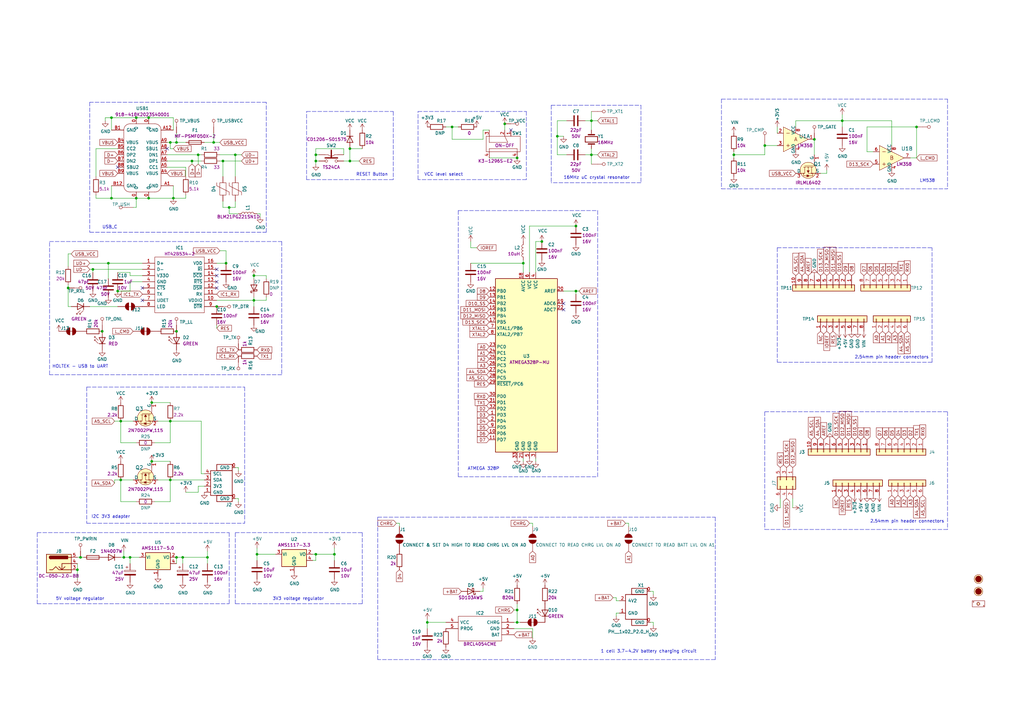
<source format=kicad_sch>
(kicad_sch (version 20211123) (generator eeschema)
  (paper "A3")
  (title_block (title "JADE UNO") (date "2021-01-05") (rev "0.2") (company "GroundStudio.ro") (comment 1 "Schematic: Victor"))
  (junction (at 71.12 81.28))
  (junction (at 72.39 135.89))
  (junction (at 207.01 50.8))
  (junction (at 33.02 228.6))
  (junction (at 85.09 228.6))
  (junction (at 345.44 49.53))
  (junction (at 93.98 85.09))
  (junction (at 175.26 255.27))
  (junction (at 72.39 228.6))
  (junction (at 81.28 63.5))
  (junction (at 74.93 228.6))
  (junction (at 55.88 48.26))
  (junction (at 96.52 63.5))
  (junction (at 212.09 250.19))
  (junction (at 104.14 113.03))
  (junction (at 105.41 227.33))
  (junction (at 228.6 55.88))
  (junction (at 87.63 58.42))
  (junction (at 222.25 99.06))
  (junction (at 45.72 81.28))
  (junction (at 78.74 66.04))
  (junction (at 212.09 64.77))
  (junction (at 53.34 228.6))
  (junction (at 129.54 63.5))
  (junction (at 48.26 119.38))
  (junction (at 62.23 189.23))
  (junction (at 72.39 58.42))
  (junction (at 143.51 66.04))
  (junction (at 38.1 110.49))
  (junction (at 69.85 196.85))
  (junction (at 242.57 63.5))
  (junction (at 137.16 227.33))
  (junction (at 69.85 58.42))
  (junction (at 50.8 228.6))
  (junction (at 92.71 107.95))
  (junction (at 236.22 119.38))
  (junction (at 300.99 63.5))
  (junction (at 88.9 125.73))
  (junction (at 60.96 48.26))
  (junction (at 236.22 92.71))
  (junction (at 143.51 60.96))
  (junction (at 41.91 135.89))
  (junction (at 27.94 118.11))
  (junction (at 104.14 123.19))
  (junction (at 129.54 227.33))
  (junction (at 375.92 52.07))
  (junction (at 44.45 107.95))
  (junction (at 55.88 81.28))
  (junction (at 334.01 57.15))
  (junction (at 212.09 255.27))
  (junction (at 45.72 48.26))
  (junction (at 31.75 233.68))
  (junction (at 49.53 196.85))
  (junction (at 60.96 81.28))
  (junction (at 91.44 66.04))
  (junction (at 214.63 107.95))
  (junction (at 49.53 172.72))
  (junction (at 242.57 49.53))
  (junction (at 185.42 52.07))
  (junction (at 129.54 66.04))
  (junction (at 62.23 165.1))
  (junction (at 69.85 172.72))
  (junction (at 313.69 59.69))
  (no_connect (at 88.9 115.57))
  (no_connect (at 68.58 60.96))
  (no_connect (at 48.26 68.58))
  (no_connect (at 209.55 53.34))
  (no_connect (at 88.9 118.11))
  (no_connect (at 231.14 127))
  (no_connect (at 231.14 124.46))
  (no_connect (at 58.42 118.11))
  (no_connect (at 88.9 113.03))
  (no_connect (at 58.42 123.19))
  (no_connect (at 88.9 110.49))
  (wire (pts (xy 97.79 191.77) (xy 97.79 193.04)))
  (wire (pts (xy 82.55 172.72) (xy 82.55 194.31)))
  (wire (pts (xy 49.53 181.61) (xy 55.88 181.61)))
  (wire (pts (xy 93.98 87.63) (xy 97.79 87.63)))
  (wire (pts (xy 36.83 107.95) (xy 44.45 107.95)))
  (wire (pts (xy 198.12 53.34) (xy 198.12 57.15)))
  (wire (pts (xy 109.22 113.03) (xy 109.22 114.3)))
  (wire (pts (xy 300.99 63.5) (xy 313.69 63.5)))
  (wire (pts (xy 31.75 233.68) (xy 31.75 237.49)))
  (wire (pts (xy 39.37 80.01) (xy 39.37 81.28)))
  (wire (pts (xy 236.22 119.38) (xy 237.49 119.38)))
  (polyline (pts (xy 15.24 218.44) (xy 93.98 218.44)))
  (wire (pts (xy 217.17 92.71) (xy 236.22 92.71)))
  (wire (pts (xy 163.83 214.63) (xy 163.83 215.9)))
  (wire (pts (xy 53.34 119.38) (xy 48.26 119.38)))
  (wire (pts (xy 162.56 214.63) (xy 163.83 214.63)))
  (polyline (pts (xy 388.62 40.64) (xy 388.62 77.47)))
  (wire (pts (xy 129.54 60.96) (xy 129.54 63.5)))
  (polyline (pts (xy 313.69 168.91) (xy 313.69 217.17)))
  (wire (pts (xy 68.58 58.42) (xy 69.85 58.42)))
  (wire (pts (xy 85.09 228.6) (xy 85.09 231.14)))
  (wire (pts (xy 71.12 48.26) (xy 71.12 53.34)))
  (wire (pts (xy 240.03 63.5) (xy 242.57 63.5)))
  (wire (pts (xy 217.17 111.76) (xy 217.17 92.71)))
  (wire (pts (xy 69.85 181.61) (xy 69.85 172.72)))
  (wire (pts (xy 53.34 111.76) (xy 53.34 113.03)))
  (wire (pts (xy 128.27 227.33) (xy 129.54 227.33)))
  (wire (pts (xy 60.96 81.28) (xy 71.12 81.28)))
  (wire (pts (xy 104.14 113.03) (xy 104.14 114.3)))
  (wire (pts (xy 43.18 49.53) (xy 43.18 48.26)))
  (wire (pts (xy 71.12 60.96) (xy 69.85 60.96)))
  (wire (pts (xy 39.37 81.28) (xy 45.72 81.28)))
  (polyline (pts (xy 262.89 74.93) (xy 226.06 74.93)))
  (wire (pts (xy 252.73 246.38) (xy 254 246.38)))
  (wire (pts (xy 256.54 214.63) (xy 257.81 214.63)))
  (wire (pts (xy 88.9 134.62) (xy 88.9 133.35)))
  (wire (pts (xy 62.23 165.1) (xy 69.85 165.1)))
  (polyline (pts (xy 187.96 86.36) (xy 187.96 195.58)))
  (wire (pts (xy 129.54 67.31) (xy 129.54 66.04)))
  (wire (pts (xy 129.54 227.33) (xy 137.16 227.33)))
  (polyline (pts (xy 388.62 217.17) (xy 313.69 217.17)))
  (wire (pts (xy 71.12 81.28) (xy 76.2 81.28)))
  (polyline (pts (xy 295.91 40.64) (xy 295.91 77.47)))
  (wire (pts (xy 242.57 63.5) (xy 242.57 60.96)))
  (wire (pts (xy 63.5 205.74) (xy 69.85 205.74)))
  (wire (pts (xy 55.88 81.28) (xy 60.96 81.28)))
  (polyline (pts (xy 36.83 95.25) (xy 109.22 95.25)))
  (wire (pts (xy 96.52 82.55) (xy 96.52 85.09)))
  (wire (pts (xy 91.44 66.04) (xy 99.06 66.04)))
  (wire (pts (xy 48.26 111.76) (xy 53.34 111.76)))
  (wire (pts (xy 49.53 172.72) (xy 49.53 181.61)))
  (wire (pts (xy 71.12 76.2) (xy 71.12 81.28)))
  (polyline (pts (xy 36.83 41.91) (xy 36.83 95.25)))
  (wire (pts (xy 251.46 245.11) (xy 252.73 245.11)))
  (wire (pts (xy 140.97 60.96) (xy 129.54 60.96)))
  (wire (pts (xy 207.01 50.8) (xy 207.01 53.34)))
  (wire (pts (xy 31.75 231.14) (xy 31.75 233.68)))
  (wire (pts (xy 27.94 118.11) (xy 27.94 125.73)))
  (wire (pts (xy 326.39 52.07) (xy 326.39 49.53)))
  (wire (pts (xy 242.57 49.53) (xy 245.11 49.53)))
  (wire (pts (xy 143.51 60.96) (xy 148.59 60.96)))
  (wire (pts (xy 129.54 63.5) (xy 129.54 66.04)))
  (wire (pts (xy 72.39 231.14) (xy 72.39 228.6)))
  (wire (pts (xy 210.82 250.19) (xy 212.09 250.19)))
  (wire (pts (xy 69.85 205.74) (xy 69.85 196.85)))
  (polyline (pts (xy 115.57 99.06) (xy 115.57 153.67)))
  (wire (pts (xy 90.17 66.04) (xy 91.44 66.04)))
  (polyline (pts (xy 35.56 158.75) (xy 100.33 158.75)))
  (wire (pts (xy 105.41 87.63) (xy 106.68 87.63)))
  (wire (pts (xy 214.63 189.23) (xy 214.63 187.96)))
  (wire (pts (xy 53.34 228.6) (xy 53.34 231.14)))
  (wire (pts (xy 55.88 48.26) (xy 60.96 48.26)))
  (wire (pts (xy 358.14 62.23) (xy 355.6 62.23)))
  (polyline (pts (xy 15.24 247.65) (xy 93.98 247.65)))
  (wire (pts (xy 130.81 63.5) (xy 129.54 63.5)))
  (polyline (pts (xy 262.89 43.18) (xy 262.89 74.93)))
  (wire (pts (xy 198.12 57.15) (xy 185.42 57.15)))
  (wire (pts (xy 104.14 121.92) (xy 104.14 123.19)))
  (wire (pts (xy 212.09 247.65) (xy 212.09 250.19)))
  (wire (pts (xy 219.71 189.23) (xy 219.71 187.96)))
  (wire (pts (xy 129.54 66.04) (xy 130.81 66.04)))
  (wire (pts (xy 242.57 45.72) (xy 242.57 49.53)))
  (wire (pts (xy 129.54 229.87) (xy 128.27 229.87)))
  (polyline (pts (xy 148.59 218.44) (xy 148.59 247.65)))
  (wire (pts (xy 185.42 52.07) (xy 182.88 52.07)))
  (wire (pts (xy 74.93 228.6) (xy 74.93 231.14)))
  (wire (pts (xy 193.04 101.6) (xy 195.58 101.6)))
  (wire (pts (xy 105.41 227.33) (xy 105.41 229.87)))
  (polyline (pts (xy 35.56 158.75) (xy 35.56 214.63)))
  (wire (pts (xy 231.14 119.38) (xy 236.22 119.38)))
  (wire (pts (xy 313.69 63.5) (xy 313.69 59.69)))
  (polyline (pts (xy 125.73 45.72) (xy 161.29 45.72)))
  (wire (pts (xy 49.53 172.72) (xy 54.61 172.72)))
  (wire (pts (xy 82.55 194.31) (xy 83.82 194.31)))
  (polyline (pts (xy 109.22 41.91) (xy 36.83 41.91)))
  (wire (pts (xy 85.09 226.06) (xy 85.09 228.6)))
  (wire (pts (xy 53.34 113.03) (xy 58.42 113.03)))
  (wire (pts (xy 90.17 63.5) (xy 96.52 63.5)))
  (wire (pts (xy 53.34 228.6) (xy 57.15 228.6)))
  (wire (pts (xy 267.97 256.54) (xy 267.97 255.27)))
  (wire (pts (xy 64.77 172.72) (xy 69.85 172.72)))
  (wire (pts (xy 49.53 196.85) (xy 46.99 196.85)))
  (wire (pts (xy 38.1 111.76) (xy 38.1 110.49)))
  (polyline (pts (xy 293.37 212.09) (xy 293.37 270.51)))
  (wire (pts (xy 81.28 199.39) (xy 83.82 199.39)))
  (wire (pts (xy 242.57 63.5) (xy 242.57 67.31)))
  (wire (pts (xy 193.04 107.95) (xy 214.63 107.95)))
  (polyline (pts (xy 154.94 270.51) (xy 154.94 212.09)))
  (wire (pts (xy 81.28 201.93) (xy 81.28 199.39)))
  (wire (pts (xy 50.8 228.6) (xy 50.8 226.06)))
  (wire (pts (xy 175.26 255.27) (xy 182.88 255.27)))
  (wire (pts (xy 219.71 99.06) (xy 222.25 99.06)))
  (wire (pts (xy 109.22 123.19) (xy 104.14 123.19)))
  (wire (pts (xy 228.6 55.88) (xy 231.14 55.88)))
  (wire (pts (xy 143.51 66.04) (xy 143.51 60.96)))
  (wire (pts (xy 45.72 53.34) (xy 45.72 48.26)))
  (wire (pts (xy 267.97 243.84) (xy 267.97 242.57)))
  (wire (pts (xy 147.32 66.04) (xy 143.51 66.04)))
  (polyline (pts (xy 93.98 218.44) (xy 93.98 247.65)))
  (wire (pts (xy 140.97 63.5) (xy 140.97 60.96)))
  (wire (pts (xy 339.09 69.85) (xy 339.09 71.12)))
  (wire (pts (xy 81.28 67.31) (xy 81.28 63.5)))
  (wire (pts (xy 74.93 228.6) (xy 85.09 228.6)))
  (wire (pts (xy 93.98 85.09) (xy 93.98 87.63)))
  (wire (pts (xy 53.34 115.57) (xy 58.42 115.57)))
  (wire (pts (xy 46.99 196.85) (xy 46.99 198.12)))
  (wire (pts (xy 54.61 196.85) (xy 49.53 196.85)))
  (wire (pts (xy 88.9 107.95) (xy 92.71 107.95)))
  (wire (pts (xy 106.68 87.63) (xy 106.68 88.9)))
  (wire (pts (xy 88.9 123.19) (xy 104.14 123.19)))
  (wire (pts (xy 91.44 85.09) (xy 93.98 85.09)))
  (wire (pts (xy 60.96 48.26) (xy 71.12 48.26)))
  (wire (pts (xy 44.45 114.3) (xy 44.45 107.95)))
  (wire (pts (xy 325.12 204.47) (xy 325.12 208.28)))
  (wire (pts (xy 87.63 54.61) (xy 87.63 58.42)))
  (wire (pts (xy 375.92 64.77) (xy 373.38 64.77)))
  (polyline (pts (xy 20.32 99.06) (xy 115.57 99.06)))
  (polyline (pts (xy 96.52 247.65) (xy 96.52 218.44)))
  (polyline (pts (xy 318.77 101.6) (xy 318.77 148.59)))
  (wire (pts (xy 69.85 58.42) (xy 72.39 58.42)))
  (wire (pts (xy 27.94 104.14) (xy 27.94 109.22)))
  (wire (pts (xy 96.52 63.5) (xy 96.52 72.39)))
  (wire (pts (xy 218.44 214.63) (xy 218.44 215.9)))
  (wire (pts (xy 210.82 257.81) (xy 218.44 257.81)))
  (wire (pts (xy 50.8 228.6) (xy 53.34 228.6)))
  (wire (pts (xy 49.53 196.85) (xy 49.53 205.74)))
  (wire (pts (xy 109.22 123.19) (xy 109.22 121.92)))
  (wire (pts (xy 236.22 120.65) (xy 236.22 119.38)))
  (wire (pts (xy 45.72 76.2) (xy 45.72 81.28)))
  (wire (pts (xy 46.99 172.72) (xy 49.53 172.72)))
  (wire (pts (xy 320.04 204.47) (xy 320.04 208.28)))
  (polyline (pts (xy 100.33 158.75) (xy 100.33 214.63)))
  (wire (pts (xy 96.52 85.09) (xy 93.98 85.09)))
  (polyline (pts (xy 109.22 95.25) (xy 109.22 41.91)))
  (polyline (pts (xy 313.69 168.91) (xy 388.62 168.91)))
  (wire (pts (xy 300.99 64.77) (xy 300.99 63.5)))
  (wire (pts (xy 217.17 214.63) (xy 218.44 214.63)))
  (wire (pts (xy 318.77 52.07) (xy 318.77 54.61)))
  (wire (pts (xy 91.44 82.55) (xy 91.44 85.09)))
  (wire (pts (xy 228.6 55.88) (xy 228.6 63.5)))
  (wire (pts (xy 334.01 57.15) (xy 334.01 63.5)))
  (wire (pts (xy 193.04 99.06) (xy 193.04 101.6)))
  (wire (pts (xy 69.85 196.85) (xy 64.77 196.85)))
  (wire (pts (xy 39.37 60.96) (xy 39.37 72.39)))
  (wire (pts (xy 267.97 255.27) (xy 266.7 255.27)))
  (wire (pts (xy 104.14 113.03) (xy 109.22 113.03)))
  (polyline (pts (xy 187.96 195.58) (xy 245.11 195.58)))
  (wire (pts (xy 55.88 205.74) (xy 49.53 205.74)))
  (wire (pts (xy 129.54 227.33) (xy 129.54 229.87)))
  (wire (pts (xy 68.58 68.58) (xy 76.2 68.58)))
  (polyline (pts (xy 293.37 270.51) (xy 154.94 270.51)))
  (polyline (pts (xy 148.59 247.65) (xy 96.52 247.65)))
  (wire (pts (xy 43.18 48.26) (xy 45.72 48.26)))
  (polyline (pts (xy 15.24 247.65) (xy 15.24 218.44)))
  (polyline (pts (xy 154.94 212.09) (xy 293.37 212.09)))
  (polyline (pts (xy 115.57 153.67) (xy 20.32 153.67)))
  (polyline (pts (xy 245.11 86.36) (xy 245.11 195.58)))
  (wire (pts (xy 72.39 58.42) (xy 76.2 58.42)))
  (wire (pts (xy 219.71 111.76) (xy 219.71 99.06)))
  (wire (pts (xy 97.79 205.74) (xy 97.79 204.47)))
  (polyline (pts (xy 20.32 153.67) (xy 20.32 99.06)))
  (wire (pts (xy 105.41 227.33) (xy 113.03 227.33)))
  (polyline (pts (xy 171.45 45.72) (xy 215.9 45.72)))
  (polyline (pts (xy 295.91 40.64) (xy 388.62 40.64)))
  (polyline (pts (xy 161.29 73.66) (xy 125.73 73.66)))
  (polyline (pts (xy 382.27 148.59) (xy 382.27 101.6)))
  (wire (pts (xy 68.58 63.5) (xy 81.28 63.5)))
  (wire (pts (xy 34.29 228.6) (xy 33.02 228.6)))
  (wire (pts (xy 83.82 58.42) (xy 87.63 58.42)))
  (polyline (pts (xy 318.77 101.6) (xy 382.27 101.6)))
  (wire (pts (xy 240.03 49.53) (xy 242.57 49.53)))
  (wire (pts (xy 81.28 63.5) (xy 82.55 63.5)))
  (polyline (pts (xy 187.96 86.36) (xy 245.11 86.36)))
  (wire (pts (xy 78.74 66.04) (xy 82.55 66.04)))
  (polyline (pts (xy 382.27 148.59) (xy 318.77 148.59)))
  (wire (pts (xy 137.16 224.79) (xy 137.16 227.33)))
  (wire (pts (xy 257.81 214.63) (xy 257.81 215.9)))
  (wire (pts (xy 27.94 125.73) (xy 29.21 125.73)))
  (wire (pts (xy 252.73 251.46) (xy 254 251.46)))
  (wire (pts (xy 39.37 60.96) (xy 48.26 60.96)))
  (wire (pts (xy 185.42 57.15) (xy 185.42 52.07)))
  (wire (pts (xy 355.6 62.23) (xy 355.6 52.07)))
  (wire (pts (xy 36.83 125.73) (xy 48.26 125.73)))
  (wire (pts (xy 212.09 250.19) (xy 212.09 255.27)))
  (wire (pts (xy 72.39 228.6) (xy 74.93 228.6)))
  (wire (pts (xy 27.94 116.84) (xy 27.94 118.11)))
  (wire (pts (xy 175.26 254) (xy 175.26 255.27)))
  (polyline (pts (xy 96.52 218.44) (xy 148.59 218.44)))
  (wire (pts (xy 87.63 58.42) (xy 90.17 58.42)))
  (wire (pts (xy 45.72 81.28) (xy 55.88 81.28)))
  (wire (pts (xy 242.57 63.5) (xy 245.11 63.5)))
  (wire (pts (xy 68.58 66.04) (xy 78.74 66.04)))
  (wire (pts (xy 326.39 49.53) (xy 345.44 49.53)))
  (wire (pts (xy 318.77 59.69) (xy 313.69 59.69)))
  (wire (pts (xy 339.09 71.12) (xy 336.55 71.12)))
  (wire (pts (xy 104.14 123.19) (xy 104.14 125.73)))
  (wire (pts (xy 137.16 227.33) (xy 137.16 229.87)))
  (wire (pts (xy 55.88 81.28) (xy 55.88 85.09)))
  (wire (pts (xy 228.6 49.53) (xy 228.6 55.88)))
  (wire (pts (xy 210.82 255.27) (xy 212.09 255.27)))
  (polyline (pts (xy 226.06 43.18) (xy 262.89 43.18)))
  (wire (pts (xy 69.85 60.96) (xy 69.85 58.42)))
  (wire (pts (xy 267.97 242.57) (xy 266.7 242.57)))
  (polyline (pts (xy 295.91 77.47) (xy 388.62 77.47)))
  (wire (pts (xy 36.83 110.49) (xy 38.1 110.49)))
  (wire (pts (xy 252.73 252.73) (xy 252.73 251.46)))
  (wire (pts (xy 252.73 245.11) (xy 252.73 246.38)))
  (polyline (pts (xy 171.45 73.66) (xy 171.45 45.72)))
  (wire (pts (xy 242.57 53.34) (xy 242.57 49.53)))
  (polyline (pts (xy 215.9 73.66) (xy 171.45 73.66)))
  (polyline (pts (xy 226.06 43.18) (xy 226.06 74.93)))
  (wire (pts (xy 38.1 110.49) (xy 58.42 110.49)))
  (polyline (pts (xy 161.29 45.72) (xy 161.29 73.66)))
  (wire (pts (xy 96.52 63.5) (xy 99.06 63.5)))
  (wire (pts (xy 53.34 119.38) (xy 53.34 115.57)))
  (wire (pts (xy 44.45 107.95) (xy 58.42 107.95)))
  (wire (pts (xy 72.39 54.61) (xy 72.39 58.42)))
  (polyline (pts (xy 35.56 214.63) (xy 100.33 214.63)))
  (wire (pts (xy 29.21 104.14) (xy 27.94 104.14)))
  (polyline (pts (xy 125.73 73.66) (xy 125.73 45.72)))
  (wire (pts (xy 83.82 196.85) (xy 69.85 196.85)))
  (wire (pts (xy 49.53 228.6) (xy 50.8 228.6)))
  (wire (pts (xy 218.44 257.81) (xy 218.44 261.62)))
  (wire (pts (xy 91.44 66.04) (xy 91.44 72.39)))
  (wire (pts (xy 375.92 52.07) (xy 375.92 64.77)))
  (wire (pts (xy 76.2 201.93) (xy 81.28 201.93)))
  (wire (pts (xy 175.26 255.27) (xy 175.26 257.81)))
  (wire (pts (xy 365.76 49.53) (xy 365.76 59.69)))
  (wire (pts (xy 232.41 49.53) (xy 228.6 49.53)))
  (wire (pts (xy 214.63 107.95) (xy 214.63 111.76)))
  (wire (pts (xy 76.2 68.58) (xy 76.2 72.39)))
  (wire (pts (xy 78.74 67.31) (xy 78.74 66.04)))
  (wire (pts (xy 300.99 63.5) (xy 300.99 62.23)))
  (wire (pts (xy 198.12 53.34) (xy 200.66 53.34)))
  (wire (pts (xy 345.44 46.99) (xy 345.44 49.53)))
  (wire (pts (xy 82.55 172.72) (xy 69.85 172.72)))
  (wire (pts (xy 96.52 204.47) (xy 97.79 204.47)))
  (wire (pts (xy 76.2 81.28) (xy 76.2 80.01)))
  (wire (pts (xy 200.66 64.77) (xy 212.09 64.77)))
  (wire (pts (xy 365.76 49.53) (xy 345.44 49.53)))
  (wire (pts (xy 140.97 66.04) (xy 143.51 66.04)))
  (wire (pts (xy 96.52 191.77) (xy 97.79 191.77)))
  (wire (pts (xy 62.23 189.23) (xy 69.85 189.23)))
  (wire (pts (xy 212.09 255.27) (xy 213.36 255.27)))
  (wire (pts (xy 232.41 63.5) (xy 228.6 63.5)))
  (wire (pts (xy 345.44 52.07) (xy 345.44 49.53)))
  (polyline (pts (xy 215.9 45.72) (xy 215.9 73.66)))
  (wire (pts (xy 63.5 181.61) (xy 69.85 181.61)))
  (wire (pts (xy 33.02 228.6) (xy 31.75 228.6)))
  (wire (pts (xy 105.41 224.79) (xy 105.41 227.33)))
  (polyline (pts (xy 388.62 168.91) (xy 388.62 217.17)))
  (wire (pts (xy 92.71 102.87) (xy 92.71 107.95)))
  (wire (pts (xy 198.12 242.57) (xy 198.12 241.3)))
  (wire (pts (xy 355.6 52.07) (xy 375.92 52.07)))
  (wire (pts (xy 196.85 242.57) (xy 198.12 242.57)))
  (wire (pts (xy 55.88 85.09) (xy 54.61 85.09)))
  (wire (pts (xy 214.63 106.68) (xy 214.63 107.95)))
  (wire (pts (xy 185.42 52.07) (xy 187.96 52.07)))
  (wire (pts (xy 90.17 102.87) (xy 92.71 102.87)))
  (wire (pts (xy 45.72 48.26) (xy 55.88 48.26)))
  (text "16MHz uC crystal resonator" (at 231.14 73.66 0) (effects (font (size 1.27 1.27)) (justify left bottom)))
  (text "HOLTEK - USB to UART" (at 44.45 151.13 180) (effects (font (size 1.27 1.27)) (justify right bottom)))
  (text "RESET Button\n" (at 146.05 72.39 0) (effects (font (size 1.27 1.27)) (justify left bottom)))
  (text "2.54mm pin header connectors" (at 356.87 214.63 0) (effects (font (size 1.27 1.27)) (justify left bottom)))
  (text "5V voltage regulator" (at 22.86 246.38 0) (effects (font (size 1.27 1.27)) (justify left bottom)))
  (text "2.54mm pin header connectors" (at 350.52 147.32 0) (effects (font (size 1.27 1.27)) (justify left bottom)))
  (text "ATMEGA 328P" (at 191.77 193.04 0) (effects (font (size 1.27 1.27)) (justify left bottom)))
  (text "I2C 3V3 adapter" (at 37.465 212.725 0) (effects (font (size 1.27 1.27)) (justify left bottom)))
  (text "USB_C" (at 41.91 93.98 0) (effects (font (size 1.27 1.27)) (justify left bottom)))
  (text "3V3 voltage regulator" (at 111.76 246.38 0) (effects (font (size 1.27 1.27)) (justify left bottom)))
  (text "LM538\n" (at 377.19 74.93 0) (effects (font (size 1.27 1.27)) (justify left bottom)))
  (text "1 cell 3.7-4.2V battery charging circuit" (at 246.38 267.97 0) (effects (font (size 1.27 1.27)) (justify left bottom)))
  (text "VCC level select" (at 173.99 72.39 0) (effects (font (size 1.27 1.27)) (justify left bottom)))
  (global_label "A1" (shape input) (at 257.81 226.06 270) (property "Intersheet References" "${INTERSHEET_REFS}" (effects hide)))
  (global_label "CHRG" (shape input) (at 210.82 250.19 180) (property "Intersheet References" "${INTERSHEET_REFS}" (effects hide)))
  (global_label "USB_VCC" (shape input) (at 90.17 58.42 0) (property "Intersheet References" "${INTERSHEET_REFS}" (effects hide)))
  (global_label "L_CMD" (shape input) (at 375.92 64.77 0) (property "Intersheet References" "${INTERSHEET_REFS}" (effects hide)))
  (global_label "D13_SCK" (shape input) (at 342.9 180.34 90) (property "Intersheet References" "${INTERSHEET_REFS}" (effects hide)))
  (global_label "D10_SS" (shape input) (at 344.17 113.03 90) (property "Intersheet References" "${INTERSHEET_REFS}" (effects hide)))
  (global_label "IOREF" (shape input) (at 195.58 101.6 0) (property "Intersheet References" "${INTERSHEET_REFS}" (effects hide)))
  (global_label "RES" (shape input) (at 341.63 135.89 270) (property "Intersheet References" "${INTERSHEET_REFS}" (effects hide)))
  (global_label "D10_SS" (shape input) (at 200.66 124.46 180) (property "Intersheet References" "${INTERSHEET_REFS}" (effects hide)))
  (global_label "D13_SCK" (shape input) (at 358.14 67.31 180) (property "Intersheet References" "${INTERSHEET_REFS}" (effects hide)))
  (global_label "D13_SCK" (shape input) (at 336.55 113.03 90) (property "Intersheet References" "${INTERSHEET_REFS}" (effects hide)))
  (global_label "D11_MOSI" (shape input) (at 200.66 127 180) (property "Intersheet References" "${INTERSHEET_REFS}" (effects hide)))
  (global_label "D7" (shape input) (at 360.68 180.34 90) (property "Intersheet References" "${INTERSHEET_REFS}" (effects hide)))
  (global_label "USB_VCC" (shape input) (at 29.21 104.14 0) (property "Intersheet References" "${INTERSHEET_REFS}" (effects hide)))
  (global_label "IC1_RX" (shape input) (at 88.9 120.65 0) (property "Intersheet References" "${INTERSHEET_REFS}" (effects hide)))
  (global_label "A3" (shape input) (at 373.38 203.2 270) (property "Intersheet References" "${INTERSHEET_REFS}" (effects hide)))
  (global_label "RX0" (shape input) (at 378.46 180.34 90) (property "Intersheet References" "${INTERSHEET_REFS}" (effects hide)))
  (global_label "D-" (shape input) (at 48.26 66.04 180) (property "Intersheet References" "${INTERSHEET_REFS}" (effects hide)))
  (global_label "IC1_TX" (shape input) (at 97.79 143.51 180) (property "Intersheet References" "${INTERSHEET_REFS}" (effects hide)))
  (global_label "D2" (shape input) (at 373.38 180.34 90) (property "Intersheet References" "${INTERSHEET_REFS}" (effects hide)))
  (global_label "D8" (shape input) (at 355.6 180.34 90) (property "Intersheet References" "${INTERSHEET_REFS}" (effects hide)))
  (global_label "A3" (shape input) (at 367.03 135.89 270) (property "Intersheet References" "${INTERSHEET_REFS}" (effects hide)))
  (global_label "+BAT" (shape input) (at 256.54 214.63 180) (property "Intersheet References" "${INTERSHEET_REFS}" (effects hide)))
  (global_label "A4_SDA" (shape input) (at 200.66 152.4 180) (property "Intersheet References" "${INTERSHEET_REFS}" (effects hide)))
  (global_label "D7" (shape input) (at 354.33 113.03 90) (property "Intersheet References" "${INTERSHEET_REFS}" (effects hide)))
  (global_label "A1" (shape input) (at 200.66 144.78 180) (property "Intersheet References" "${INTERSHEET_REFS}" (effects hide)))
  (global_label "D3" (shape input) (at 364.49 113.03 90) (property "Intersheet References" "${INTERSHEET_REFS}" (effects hide)))
  (global_label "UD+" (shape input) (at 36.83 107.95 180) (property "Intersheet References" "${INTERSHEET_REFS}" (effects hide)))
  (global_label "A2" (shape input) (at 200.66 147.32 180) (property "Intersheet References" "${INTERSHEET_REFS}" (effects hide)))
  (global_label "+BAT" (shape input) (at 210.82 260.35 0) (property "Intersheet References" "${INTERSHEET_REFS}" (effects hide)))
  (global_label "UD-" (shape input) (at 99.06 63.5 0) (property "Intersheet References" "${INTERSHEET_REFS}" (effects hide)))
  (global_label "XTAL1" (shape input) (at 200.66 134.62 180) (property "Intersheet References" "${INTERSHEET_REFS}" (effects hide)))
  (global_label "D5" (shape input) (at 359.41 113.03 90) (property "Intersheet References" "${INTERSHEET_REFS}" (effects hide)))
  (global_label "D7" (shape input) (at 200.66 180.34 180) (property "Intersheet References" "${INTERSHEET_REFS}" (effects hide)))
  (global_label "XTAL2" (shape input) (at 245.11 63.5 0) (property "Intersheet References" "${INTERSHEET_REFS}" (effects hide)))
  (global_label "IC1_RX" (shape input) (at 97.79 146.05 180) (property "Intersheet References" "${INTERSHEET_REFS}" (effects hide)))
  (global_label "XTAL1" (shape input) (at 245.11 49.53 0) (property "Intersheet References" "${INTERSHEET_REFS}" (effects hide)))
  (global_label "RES" (shape input) (at 320.04 191.77 90) (property "Intersheet References" "${INTERSHEET_REFS}" (effects hide)))
  (global_label "A5_SCL" (shape input) (at 372.11 135.89 270) (property "Intersheet References" "${INTERSHEET_REFS}" (effects hide)))
  (global_label "AREF" (shape input) (at 337.82 180.34 90) (property "Intersheet References" "${INTERSHEET_REFS}" (effects hide)))
  (global_label "RES" (shape input) (at 147.32 66.04 0) (property "Intersheet References" "${INTERSHEET_REFS}" (effects hide)))
  (global_label "D6" (shape input) (at 363.22 180.34 90) (property "Intersheet References" "${INTERSHEET_REFS}" (effects hide)))
  (global_label "D-" (shape input) (at 81.28 67.31 270) (property "Intersheet References" "${INTERSHEET_REFS}" (effects hide)))
  (global_label "IOREF" (shape input) (at 345.44 203.2 270) (property "Intersheet References" "${INTERSHEET_REFS}" (effects hide)))
  (global_label "A0" (shape input) (at 200.66 142.24 180) (property "Intersheet References" "${INTERSHEET_REFS}" (effects hide)))
  (global_label "UD-" (shape input) (at 36.83 110.49 180) (property "Intersheet References" "${INTERSHEET_REFS}" (effects hide)))
  (global_label "TX1" (shape input) (at 200.66 165.1 180) (property "Intersheet References" "${INTERSHEET_REFS}" (effects hide)))
  (global_label "D4" (shape input) (at 200.66 172.72 180) (property "Intersheet References" "${INTERSHEET_REFS}" (effects hide)))
  (global_label "RES" (shape input) (at 88.9 134.62 0) (property "Intersheet References" "${INTERSHEET_REFS}" (effects hide)))
  (global_label "D8" (shape input) (at 349.25 113.03 90) (property "Intersheet References" "${INTERSHEET_REFS}" (effects hide)))
  (global_label "RX0" (shape input) (at 105.41 143.51 0) (property "Intersheet References" "${INTERSHEET_REFS}" (effects hide)))
  (global_label "A4_SDA" (shape input) (at 335.28 180.34 90) (property "Intersheet References" "${INTERSHEET_REFS}" (effects hide)))
  (global_label "D9" (shape input) (at 200.66 121.92 180) (property "Intersheet References" "${INTERSHEET_REFS}" (effects hide)))
  (global_label "D2" (shape input) (at 200.66 167.64 180) (property "Intersheet References" "${INTERSHEET_REFS}" (effects hide)))
  (global_label "A5_SCL" (shape input) (at 326.39 113.03 90) (property "Intersheet References" "${INTERSHEET_REFS}" (effects hide)))
  (global_label "A0" (shape input) (at 359.41 135.89 270) (property "Intersheet References" "${INTERSHEET_REFS}" (effects hide)))
  (global_label "A5_SCL" (shape input) (at 46.99 172.72 180) (property "Intersheet References" "${INTERSHEET_REFS}" (effects hide)))
  (global_label "AREF" (shape input) (at 331.47 113.03 90) (property "Intersheet References" "${INTERSHEET_REFS}" (effects hide)))
  (global_label "RX0" (shape input) (at 200.66 162.56 180) (property "Intersheet References" "${INTERSHEET_REFS}" (effects hide)))
  (global_label "A4_SDA" (shape input) (at 46.99 198.12 180) (property "Intersheet References" "${INTERSHEET_REFS}" (effects hide)))
  (global_label "A5_SCL" (shape input) (at 378.46 203.2 270) (property "Intersheet References" "${INTERSHEET_REFS}" (effects hide)))
  (global_label "D6" (shape input) (at 356.87 113.03 90) (property "Intersheet References" "${INTERSHEET_REFS}" (effects hide)))
  (global_label "D2" (shape input) (at 367.03 113.03 90) (property "Intersheet References" "${INTERSHEET_REFS}" (effects hide)))
  (global_label "NC" (shape input) (at 336.55 135.89 270) (property "Intersheet References" "${INTERSHEET_REFS}" (effects hide)))
  (global_label "UD+" (shape input) (at 99.06 66.04 0) (property "Intersheet References" "${INTERSHEET_REFS}" (effects hide)))
  (global_label "D10_SS" (shape input) (at 350.52 180.34 90) (property "Intersheet References" "${INTERSHEET_REFS}" (effects hide)))
  (global_label "RES" (shape input) (at 347.98 203.2 270) (property "Intersheet References" "${INTERSHEET_REFS}" (effects hide)))
  (global_label "D9" (shape input) (at 353.06 180.34 90) (property "Intersheet References" "${INTERSHEET_REFS}" (effects hide)))
  (global_label "CHRG" (shape input) (at 162.56 214.63 180) (property "Intersheet References" "${INTERSHEET_REFS}" (effects hide)))
  (global_label "D8" (shape input) (at 200.66 119.38 180) (property "Intersheet References" "${INTERSHEET_REFS}" (effects hide)))
  (global_label "D4" (shape input) (at 368.3 180.34 90) (property "Intersheet References" "${INTERSHEET_REFS}" (effects hide)))
  (global_label "D12_MISO" (shape input) (at 325.12 191.77 90) (property "Intersheet References" "${INTERSHEET_REFS}" (effects hide)))
  (global_label "+BAT" (shape input) (at 251.46 245.11 180) (property "Intersheet References" "${INTERSHEET_REFS}" (effects hide)))
  (global_label "D5" (shape input) (at 365.76 180.34 90) (property "Intersheet References" "${INTERSHEET_REFS}" (effects hide)))
  (global_label "USB_VCC" (shape input) (at 90.17 102.87 180) (property "Intersheet References" "${INTERSHEET_REFS}" (effects hide)))
  (global_label "D3" (shape input) (at 370.84 180.34 90) (property "Intersheet References" "${INTERSHEET_REFS}" (effects hide)))
  (global_label "A1" (shape input) (at 361.95 135.89 270) (property "Intersheet References" "${INTERSHEET_REFS}" (effects hide)))
  (global_label "A5_SCL" (shape input) (at 332.74 180.34 90) (property "Intersheet References" "${INTERSHEET_REFS}" (effects hide)))
  (global_label "D13_SCK" (shape input) (at 322.58 191.77 90) (property "Intersheet References" "${INTERSHEET_REFS}" (effects hide)))
  (global_label "A5_SCL" (shape input) (at 200.66 154.94 180) (property "Intersheet References" "${INTERSHEET_REFS}" (effects hide)))
  (global_label "RES" (shape input) (at 200.66 157.48 180) (property "Intersheet References" "${INTERSHEET_REFS}" (effects hide)))
  (global_label "A1" (shape input) (at 368.3 203.2 270) (property "Intersheet References" "${INTERSHEET_REFS}" (effects hide)))
  (global_label "TX1" (shape input) (at 105.41 146.05 0) (property "Intersheet References" "${INTERSHEET_REFS}" (effects hide)))
  (global_label "D3" (shape input) (at 200.66 170.18 180) (property "Intersheet References" "${INTERSHEET_REFS}" (effects hide)))
  (global_label "TX1" (shape input) (at 369.57 113.03 90) (property "Intersheet References" "${INTERSHEET_REFS}" (effects hide)))
  (global_label "XTAL2" (shape input) (at 200.66 137.16 180) (property "Intersheet References" "${INTERSHEET_REFS}" (effects hide)))
  (global_label "D9" (shape input) (at 346.71 113.03 90) (property "Intersheet References" "${INTERSHEET_REFS}" (effects hide)))
  (global_label "A2" (shape input) (at 370.84 203.2 270) (property "Intersheet References" "${INTERSHEET_REFS}" (effects hide)))
  (global_label "D11_MOSI" (shape input) (at 347.98 180.34 90) (property "Intersheet References" "${INTERSHEET_REFS}" (effects hide)))
  (global_label "+BAT" (shape input) (at 189.23 242.57 180) (property "Intersheet References" "${INTERSHEET_REFS}" (effects hide)))
  (global_label "IC1_TX" (shape input) (at 58.42 120.65 180) (property "Intersheet References" "${INTERSHEET_REFS}" (effects hide)))
  (global_label "D13_SCK" (shape input) (at 200.66 132.08 180) (property "Intersheet References" "${INTERSHEET_REFS}" (effects hide)))
  (global_label "USB_VCC" (shape input) (at 326.39 71.12 180) (property "Intersheet References" "${INTERSHEET_REFS}" (effects hide)))
  (global_label "D4" (shape input) (at 163.83 233.68 270) (property "Intersheet References" "${INTERSHEET_REFS}" (effects hide)))
  (global_label "D+" (shape input) (at 78.74 67.31 270) (property "Intersheet References" "${INTERSHEET_REFS}" (effects hide)))
  (global_label "AREF" (shape input) (at 237.49 119.38 0) (property "Intersheet References" "${INTERSHEET_REFS}" (effects hide)))
  (global_label "D11_MOSI" (shape input) (at 322.58 204.47 270) (property "Intersheet References" "${INTERSHEET_REFS}" (effects hide)))
  (global_label "D12_MISO" (shape input) (at 345.44 180.34 90) (property "Intersheet References" "${INTERSHEET_REFS}" (effects hide)))
  (global_label "CHRG" (shape input) (at 217.17 214.63 180) (property "Intersheet References" "${INTERSHEET_REFS}" (effects hide)))
  (global_label "VBUS" (shape input) (at 68.58 71.12 0) (property "Intersheet References" "${INTERSHEET_REFS}" (effects hide)))
  (global_label "VBUS" (shape input) (at 71.12 60.96 0) (property "Intersheet References" "${INTERSHEET_REFS}" (effects hide)))
  (global_label "D4" (shape input) (at 361.95 113.03 90) (property "Intersheet References" "${INTERSHEET_REFS}" (effects hide)))
  (global_label "D+" (shape input) (at 48.26 63.5 180) (property "Intersheet References" "${INTERSHEET_REFS}" (effects hide)))
  (global_label "A4_SDA" (shape input) (at 369.57 135.89 270) (property "Intersheet References" "${INTERSHEET_REFS}" (effects hide)))
  (global_label "D5" (shape input) (at 200.66 175.26 180) (property "Intersheet References" "${INTERSHEET_REFS}" (effects hide)))
  (global_label "RX0" (shape input) (at 372.11 113.03 90) (property "Intersheet References" "${INTERSHEET_REFS}" (effects hide)))
  (global_label "IOREF" (shape input) (at 339.09 135.89 270) (property "Intersheet References" "${INTERSHEET_REFS}" (effects hide)))
  (global_label "A0" (shape input) (at 218.44 226.06 270) (property "Intersheet References" "${INTERSHEET_REFS}" (effects hide)))
  (global_label "VBUS" (shape input) (at 48.26 58.42 180) (property "Intersheet References" "${INTERSHEET_REFS}" (effects hide)))
  (global_label "D6" (shape input) (at 200.66 177.8 180) (property "Intersheet References" "${INTERSHEET_REFS}" (effects hide)))
  (global_label "A0" (shape input) (at 365.76 203.2 270) (property "Intersheet References" "${INTERSHEET_REFS}" (effects hide)))
  (global_label "D12_MISO" (shape input) (at 200.66 129.54 180) (property "Intersheet References" "${INTERSHEET_REFS}" (effects hide)))
  (global_label "D12_MISO" (shape input) (at 339.09 113.03 90) (property "Intersheet References" "${INTERSHEET_REFS}" (effects hide)))
  (global_label "L_CMD" (shape input) (at 54.61 135.89 180) (property "Intersheet References" "${INTERSHEET_REFS}" (effects hide)))
  (global_label "A3" (shape input) (at 200.66 149.86 180) (property "Intersheet References" "${INTERSHEET_REFS}" (effects hide)))
  (global_label "NC" (shape input) (at 342.9 203.2 270) (property "Intersheet References" "${INTERSHEET_REFS}" (effects hide)))
  (global_label "TX1" (shape input) (at 375.92 180.34 90) (property "Intersheet References" "${INTERSHEET_REFS}" (effects hide)))
  (global_label "VBUS" (shape input) (at 48.26 71.12 180) (property "Intersheet References" "${INTERSHEET_REFS}" (effects hide)))
  (global_label "D11_MOSI" (shape input) (at 341.63 113.03 90) (property "Intersheet References" "${INTERSHEET_REFS}" (effects hide)))
  (global_label "A4_SDA" (shape input) (at 328.93 113.03 90) (property "Intersheet References" "${INTERSHEET_REFS}" (effects hide)))
  (global_label "A4_SDA" (shape input) (at 375.92 203.2 270) (property "Intersheet References" "${INTERSHEET_REFS}" (effects hide)))
  (global_label "A2" (shape input) (at 364.49 135.89 270) (property "Intersheet References" "${INTERSHEET_REFS}" (effects hide)))
  (symbol (lib_name "LM358_1") (lib_id "GS_Local:LM358") (at 326.39 57.15 0) (unit 1)
    (property "Reference" "U1" (at 327.66 55.88 0) (effects (font (size 1.524 1.524)) (justify left)))
    (property "Value" "SOP-8_3.9x4.9_P1.27 LM358" (effects hide))
    (property "Footprint" "GS_Local:SOP-8_3.9x4.9mm_P1.27mm" (effects hide))
    (property "Datasheet" "https://datasheet.lcsc.com/szlcsc/1912111437_IDCHIP-LM358_C329455.pdf" (effects hide))
    (property "MPN" "LM358" (at 330.2 59.69 0))
    (property "LCSC" "C329455" (effects hide))
    (property "Digi-Key_PN" "296-1014-1-ND" (effects hide))
    (property "Description" "IC OPAMP GP 2 CIRCUIT 8SOIC" (effects hide))
  )
  (symbol (lib_id "GS_Local:C") (at 236.22 124.46 0) (unit 1)
    (property "Reference" "C4" (at 238.76 121.92 0) (effects (justify left)))
    (property "Value" "C_0402_100nF_16V" (effects hide))
    (property "Footprint" "GS_Local:C_0402" (effects hide))
    (property "Datasheet" "https://datasheet.lcsc.com/lcsc/1811011928_Walsin-Tech-Corp-0402B104K160CT_C83056.pdf" (effects hide))
    (property "MPN" "0402B104K160CT" (effects hide))
    (property "LCSC" "C83056" (effects hide))
    (property "Rated voltage" "16V" (at 238.76 127 0) (effects (justify left)))
    (property "Capacitance" "100nF" (at 238.76 124.46 0) (effects (justify left)))
  )
  (symbol (lib_id "GS_Local:C") (at 222.25 102.87 0) (unit 1)
    (property "Reference" "C2" (at 224.79 100.33 0) (effects (justify left)))
    (property "Value" "C_0402_100nF_16V" (effects hide))
    (property "Footprint" "GS_Local:C_0402" (effects hide))
    (property "Datasheet" "https://datasheet.lcsc.com/lcsc/1811011928_Walsin-Tech-Corp-0402B104K160CT_C83056.pdf" (effects hide))
    (property "MPN" "0402B104K160CT" (effects hide))
    (property "LCSC" "C83056" (effects hide))
    (property "Rated voltage" "16V" (at 224.79 105.41 0) (effects (justify left)))
    (property "Capacitance" "100nF" (at 224.79 102.87 0) (effects (justify left)))
  )
  (symbol (lib_id "GS_Local:C") (at 236.22 96.52 0) (unit 1)
    (property "Reference" "C3" (at 238.76 93.98 0) (effects (justify left)))
    (property "Value" "C_0402_100nF_16V" (effects hide))
    (property "Footprint" "GS_Local:C_0402" (effects hide))
    (property "Datasheet" "https://datasheet.lcsc.com/lcsc/1811011928_Walsin-Tech-Corp-0402B104K160CT_C83056.pdf" (effects hide))
    (property "MPN" "0402B104K160CT" (effects hide))
    (property "LCSC" "C83056" (effects hide))
    (property "Rated voltage" "16V" (at 238.76 99.06 0) (effects (justify left)))
    (property "Capacitance" "100nF" (at 238.76 96.52 0) (effects (justify left)))
  )
  (symbol (lib_id "GS_Local:C") (at 85.09 234.95 0) (unit 1)
    (property "Reference" "C13" (at 87.63 232.41 0) (effects (justify left)))
    (property "Value" "C_0402_100nF_16V" (effects hide))
    (property "Footprint" "GS_Local:C_0402" (effects hide))
    (property "Datasheet" "https://datasheet.lcsc.com/lcsc/1811011928_Walsin-Tech-Corp-0402B104K160CT_C83056.pdf" (effects hide))
    (property "MPN" "0402B104K160CT" (effects hide))
    (property "LCSC" "C83056" (effects hide))
    (property "Rated voltage" "16V" (at 87.63 237.49 0) (effects (justify left)))
    (property "Capacitance" "100nF" (at 87.63 234.95 0) (effects (justify left)))
  )
  (symbol (lib_id "GS_Local:C") (at 345.44 55.88 0) (unit 1)
    (property "Reference" "C1" (at 347.98 53.34 0) (effects (justify left)))
    (property "Value" "C_0402_100nF_16V" (effects hide))
    (property "Footprint" "GS_Local:C_0402" (effects hide))
    (property "Datasheet" "https://datasheet.lcsc.com/lcsc/1811011928_Walsin-Tech-Corp-0402B104K160CT_C83056.pdf" (effects hide))
    (property "MPN" "0402B104K160CT" (effects hide))
    (property "LCSC" "C83056" (effects hide))
    (property "Rated voltage" "16V" (at 347.98 58.42 0) (effects (justify left)))
    (property "Capacitance" "100nF" (at 347.98 55.88 0) (effects (justify left)))
  )
  (symbol (lib_id "GS_Local:+5V") (at 339.09 69.85 0) (unit 1)
    (property "Reference" "#PWR012" (effects hide))
    (property "Value" "+5V" (at 339.09 64.77 90))
  )
  (symbol (lib_id "GS_Local:CP") (at 74.93 234.95 0) (unit 1)
    (property "Reference" "C12" (at 77.47 232.41 0) (effects (justify left)))
    (property "Value" "CP_Elec_6.3x5.4_47uF_25V" (effects hide))
    (property "Footprint" "GS_Local:CP_Elec_6.3x5.4" (effects hide))
    (property "Datasheet" "https://datasheet.lcsc.com/szlcsc/1810091210_ST-Semtech-CS1E470M-CRE54_C97807.pdf" (effects hide))
    (property "MPN" "CS1E470M-CRE54" (effects hide))
    (property "LCSC" "C97807" (effects hide))
    (property "Rated voltage" "25V" (at 77.47 237.49 0) (effects (justify left)))
    (property "Capacitance" "47uF" (at 77.47 234.95 0) (effects (justify left)))
  )
  (symbol (lib_id "GS_Local:CP") (at 53.34 234.95 0) (unit 1)
    (property "Reference" "C11" (at 50.8 232.41 0) (effects (justify right)))
    (property "Value" "CP_Elec_6.3x5.4_47uF_25V" (effects hide))
    (property "Footprint" "GS_Local:CP_Elec_6.3x5.4" (effects hide))
    (property "Datasheet" "https://datasheet.lcsc.com/szlcsc/1810091210_ST-Semtech-CS1E470M-CRE54_C97807.pdf" (effects hide))
    (property "MPN" "CS1E470M-CRE54" (effects hide))
    (property "LCSC" "C97807" (effects hide))
    (property "Rated voltage" "25V" (at 50.8 237.49 0) (effects (justify right)))
    (property "Capacitance" "47uF" (at 50.8 234.95 0) (effects (justify right)))
  )
  (symbol (lib_id "GS_Local:Conn_01x08") (at 370.84 185.42 270) (unit 1)
    (property "Reference" "J4" (at 382.27 185.42 90))
    (property "Value" "PinHeader_1x8_P2.54_V_F" (effects hide))
    (property "Footprint" "GS_Local:PinHeader_1x08_P2.54mm_Vertical_Female" (effects hide))
    (property "Datasheet" "https://datasheet.lcsc.com/szlcsc/1810262211_BOOMELE-Boom-Precision-Elec-C27438_C27438.pdf" (effects hide))
    (property "MPN" "C27438" (effects hide))
    (property "LCSC" "C27438" (effects hide))
  )
  (symbol (lib_id "GS_Local:GND") (at 300.99 72.39 0) (mirror y) (unit 1)
    (property "Reference" "#PWR06" (effects hide))
    (property "Value" "GND" (at 300.99 76.2 0))
  )
  (symbol (lib_id "GS_Local:Conn_01x08") (at 350.52 198.12 90) (unit 1)
    (property "Reference" "J5" (at 340.36 198.12 90) (effects (justify left)))
    (property "Value" "PinHeader_1x8_P2.54_V_F" (effects hide))
    (property "Footprint" "GS_Local:PinHeader_1x08_P2.54mm_Vertical_Female" (effects hide))
    (property "Datasheet" "https://datasheet.lcsc.com/szlcsc/1810262211_BOOMELE-Boom-Precision-Elec-C27438_C27438.pdf" (effects hide))
    (property "MPN" "C27438" (effects hide))
    (property "LCSC" "C27438" (effects hide))
  )
  (symbol (lib_id "GS_Local:Conn_01x10") (at 345.44 185.42 270) (unit 1)
    (property "Reference" "J3" (at 328.93 185.42 90))
    (property "Value" "PinHeader_1x10_P2.54_V_F" (effects hide))
    (property "Footprint" "GS_Local:PinHeader_1x10_P2.54mm_Vertical_Female" (effects hide))
    (property "Datasheet" "https://datasheet.lcsc.com/szlcsc/2008131002_BOOMELE-Boom-Precision-Elec-C35445_C35445.pdf" (effects hide))
    (property "MPN" "C35445" (effects hide))
    (property "LCSC" "C35445" (effects hide))
  )
  (symbol (lib_id "GS_Local:Conn_01x06") (at 370.84 198.12 90) (unit 1)
    (property "Reference" "J6" (at 381 198.12 90) (effects (justify right)))
    (property "Value" "PinHeader_1x6_P2.54_V_F" (effects hide))
    (property "Footprint" "GS_Local:PinHeader_1x06_P2.54mm_Vertical_Female" (effects hide))
    (property "Datasheet" "https://datasheet.lcsc.com/szlcsc/1810221911_Ckmtw-Shenzhen-Cankemeng-C124415_C124415.pdf" (effects hide))
    (property "MPN" "C124415" (effects hide))
    (property "LCSC" "C124415" (effects hide))
  )
  (symbol (lib_id "GS_Local:AMS1117-5.0") (at 64.77 228.6 0) (unit 1)
    (property "Reference" "U5" (at 64.77 222.4532 0))
    (property "Value" "SOT-223 AMS1117-5.0" (effects hide))
    (property "Footprint" "GS_Local:SOT-223" (effects hide))
    (property "Datasheet" "https://datasheet.lcsc.com/szlcsc/1912241104_Slkor-SLKORMICRO-Elec-AMS1117-5-0_C473812.pdf" (effects hide))
    (property "MPN" "AMS1117-5.0" (at 64.77 224.79 0))
    (property "LCSC" "C473812" (effects hide))
  )
  (symbol (lib_id "GS_Local:C") (at 236.22 63.5 90) (unit 1)
    (property "Reference" "C8" (at 236.22 59.69 90))
    (property "Value" "C_0402_22pF_50V" (effects hide))
    (property "Footprint" "GS_Local:C_0402" (effects hide))
    (property "Datasheet" "https://datasheet.lcsc.com/szlcsc/1912111437_CCTC-TCC0402C0G220J500AT_C466226.pdf" (effects hide))
    (property "MPN" "TCC0402C0G220J500AT" (effects hide))
    (property "LCSC" "C466226" (effects hide))
    (property "Rated voltage" "50V" (at 236.22 69.85 90))
    (property "Capacitance" "22pF" (at 236.22 67.31 90))
  )
  (symbol (lib_id "GS_Local:C") (at 236.22 49.53 90) (mirror x) (unit 1)
    (property "Reference" "C7" (at 236.22 45.72 90))
    (property "Value" "C_0402_22pF_50V" (effects hide))
    (property "Footprint" "GS_Local:C_0402" (effects hide))
    (property "Datasheet" "https://datasheet.lcsc.com/szlcsc/1912111437_CCTC-TCC0402C0G220J500AT_C466226.pdf" (effects hide))
    (property "MPN" "TCC0402C0G220J500AT" (effects hide))
    (property "LCSC" "C466226" (effects hide))
    (property "Rated voltage" "50V" (at 236.22 55.88 90))
    (property "Capacitance" "22pF" (at 236.22 53.34 90))
  )
  (symbol (lib_id "GS_Local:D") (at 143.51 57.15 270) (unit 1)
    (property "Reference" "D1" (at 142.24 54.61 90) (effects (justify right)))
    (property "Value" "D_1206_CD1206-S01575" (effects hide))
    (property "Footprint" "GS_Local:D_1206" (effects hide))
    (property "Datasheet" "https://datasheet.lcsc.com/szlcsc/1810010412_BOURNS-CD1206-S01575_C75465.pdf" (effects hide))
    (property "MPN" "CD1206-S01575" (at 142.24 57.15 90) (effects (justify right)))
    (property "LCSC" "C75465" (effects hide))
  )
  (symbol (lib_id "GS_Local:D") (at 45.72 228.6 180) (unit 1)
    (property "Reference" "D8" (at 45.72 223.52 0))
    (property "Value" "SOD-123 1N4007W" (effects hide))
    (property "Footprint" "GS_Local:SOD-123" (effects hide))
    (property "Datasheet" "https://datasheet.lcsc.com/szlcsc/1811031612_Shandong-Jingdao-Microelectronics-1N4007W_C108803.pdf" (effects hide))
    (property "MPN" "1N4007W" (at 45.72 226.06 0))
    (property "LCSC" "C108803" (effects hide))
  )
  (symbol (lib_id "GS_Local:L") (at 214.63 102.87 0) (mirror y) (unit 1)
    (property "Reference" "L2" (at 213.36 101.6 0) (effects (justify left)))
    (property "Value" "L_0805_SCMI201209X100KT" (effects hide))
    (property "Footprint" "GS_Local:L_0805" (effects hide))
    (property "Datasheet" "https://datasheet.lcsc.com/szlcsc/2007222003_Yanchuang-SCMI201209X100KT_C479906.pdf" (effects hide))
    (property "MPN" "SCMI201209X100KT" (effects hide))
    (property "LCSC" "C479906" (effects hide))
    (property "Inductance" "10uH" (at 213.36 104.14 0) (effects (justify left)))
  )
  (symbol (lib_id "GS_Local:ATmega328P-MU") (at 215.9 149.86 0) (mirror y) (unit 1)
    (property "Reference" "U3" (at 215.9 146.05 0))
    (property "Value" "ATmega328P-MU" (effects hide))
    (property "Footprint" "GS_Local:QFN-32-1EP_5x5mm_P0.5mm_EP3.1x3.1mm" (effects hide))
    (property "Datasheet" "https://ww1.microchip.com/downloads/en/DeviceDoc/Atmel-7810-Automotive-Microcontrollers-ATmega328P_Datasheet.pdf" (effects hide))
    (property "MPN" "ATMEGA328P-MU" (at 217.17 148.59 0))
    (property "LCSC" "C38896" (effects hide))
  )
  (symbol (lib_id "GS_Local:5M0-1600A2020-01") (at 242.57 57.15 270) (unit 1)
    (property "Reference" "Y1" (at 245.11 55.88 90) (effects (justify left)))
    (property "Value" "HC49-SMD 5M0-1600A2020" (effects hide))
    (property "Footprint" "GS_Local:Crystal_HC49-SMD" (effects hide))
    (property "Datasheet" "https://datasheet.lcsc.com/szlcsc/1912111437_XTY-5M0-1600A2020-01_C389693.pdf" (effects hide))
    (property "MPN" "5M0-1600A2020-01" (effects hide))
    (property "LCSC" "C389693" (effects hide))
    (property "Frequency" "16MHz" (at 245.11 58.42 90) (effects (justify left)))
  )
  (symbol (lib_id "GS_Local:GND") (at 129.54 67.31 0) (unit 1)
    (property "Reference" "#PWR08" (effects hide))
    (property "Value" "GND" (at 129.667 71.7042 0))
  )
  (symbol (lib_id "GS_Local:GND") (at 340.36 180.34 180) (unit 1)
    (property "Reference" "#PWR042" (effects hide))
    (property "Value" "GND" (at 340.36 175.26 90))
  )
  (symbol (lib_id "GS_Local:+3V3") (at 350.52 203.2 180) (unit 1)
    (property "Reference" "#PWR047" (effects hide))
    (property "Value" "+3V3" (at 350.52 208.28 90))
  )
  (symbol (lib_id "GS_Local:+5V") (at 353.06 203.2 180) (unit 1)
    (property "Reference" "#PWR048" (effects hide))
    (property "Value" "+5V" (at 353.06 208.28 90))
  )
  (symbol (lib_id "GS_Local:GND") (at 355.6 203.2 0) (unit 1)
    (property "Reference" "#PWR049" (effects hide))
    (property "Value" "GND" (at 355.6 208.28 90))
  )
  (symbol (lib_id "GS_Local:GND") (at 358.14 203.2 0) (unit 1)
    (property "Reference" "#PWR050" (effects hide))
    (property "Value" "GND" (at 358.14 208.28 90))
  )
  (symbol (lib_id "GS_Local:Conn_02x03_Odd_Even") (at 322.58 198.12 270) (unit 1)
    (property "Reference" "J7" (at 317.5 199.39 0) (effects (justify right)))
    (property "Value" "PinHeader_2x03_P2.54_V_M" (effects hide))
    (property "Footprint" "GS_Local:PinHeader_2x03_P2.54mm_Vertical_Male" (effects hide))
    (property "Datasheet" "https://datasheet.lcsc.com/szlcsc/1912111437_PINREX-210-72-03GB01_C402781.pdf" (effects hide))
    (property "MPN" "210-72-03GB01" (effects hide))
    (property "LCSC" "C402781" (effects hide))
  )
  (symbol (lib_id "GS_Local:GND") (at 320.04 208.28 270) (unit 1)
    (property "Reference" "#PWR052" (effects hide))
    (property "Value" "GND" (at 316.6872 208.3054 0))
  )
  (symbol (lib_id "GS_Local:GND") (at 231.14 55.88 0) (unit 1)
    (property "Reference" "#PWR038" (effects hide))
    (property "Value" "GND" (at 231.267 60.2742 0))
  )
  (symbol (lib_id "GS_Local:GND") (at 212.09 187.96 0) (unit 1)
    (property "Reference" "#PWR054" (effects hide))
    (property "Value" "GND" (at 211.963 191.516 0))
  )
  (symbol (lib_id "GS_Local:K3-1296S-E2") (at 205.74 59.69 0) (unit 1)
    (property "Reference" "SW1" (at 212.09 54.61 0))
    (property "Value" "K3-1296S-E2" (effects hide))
    (property "Footprint" "GS_Local:K3-1296S-E2" (effects hide))
    (property "Datasheet" "https://datasheet.lcsc.com/szlcsc/1809211420_Korean-Hroparts-Elec-K3-1296S-E2_C136659.pdf" (effects hide))
    (property "MPN" "K3-1296S-E2" (at 203.2 66.04 0))
    (property "LCSC" "C136659" (effects hide))
    (property "Function" "ON-OFF" (at 207.01 59.69 0))
  )
  (symbol (lib_id "GS_Local:VCC") (at 222.25 99.06 0) (unit 1)
    (property "Reference" "#PWR023" (effects hide))
    (property "Value" "VCC" (at 222.631 94.6658 0))
  )
  (symbol (lib_id "GS_Local:VCC") (at 207.01 50.8 0) (unit 1)
    (property "Reference" "#PWR039" (effects hide))
    (property "Value" "VCC" (at 207.01 46.99 0))
  )
  (symbol (lib_id "GS_Local:+3V3") (at 175.26 52.07 0) (unit 1)
    (property "Reference" "#PWR040" (effects hide))
    (property "Value" "+3V3" (at 175.26 48.26 0))
  )
  (symbol (lib_id "GS_Local:+5V") (at 195.58 52.07 0) (unit 1)
    (property "Reference" "#PWR041" (effects hide))
    (property "Value" "+5V" (at 195.58 48.26 0))
  )
  (symbol (lib_id "GS_Local:GND") (at 31.75 237.49 0) (unit 1)
    (property "Reference" "#PWR057" (effects hide))
    (property "Value" "GND" (at 31.877 241.8842 0))
  )
  (symbol (lib_id "GS_Local:VCC") (at 345.44 46.99 0) (unit 1)
    (property "Reference" "#PWR01" (effects hide))
    (property "Value" "VCC" (at 345.44 43.18 0))
  )
  (symbol (lib_id "GS_Local:GND") (at 53.34 238.76 0) (unit 1)
    (property "Reference" "#PWR059" (effects hide))
    (property "Value" "GND" (at 53.467 243.1542 0))
  )
  (symbol (lib_id "GS_Local:GND") (at 74.93 238.76 0) (unit 1)
    (property "Reference" "#PWR060" (effects hide))
    (property "Value" "GND" (at 75.057 243.1542 0))
  )
  (symbol (lib_id "GS_Local:GND") (at 64.77 236.22 0) (unit 1)
    (property "Reference" "#PWR056" (effects hide))
    (property "Value" "GND" (at 64.897 240.6142 0))
  )
  (symbol (lib_id "GS_Local:TestPoint") (at 334.01 52.07 0) (unit 1)
    (property "Reference" "TP5" (effects hide))
    (property "Value" "TP_GATE" (at 335.28 52.07 0) (effects (justify left)))
    (property "Footprint" "GS_Local:TestPoint" (effects hide))
  )
  (symbol (lib_id "GS_Local:GND") (at 85.09 238.76 0) (unit 1)
    (property "Reference" "#PWR061" (effects hide))
    (property "Value" "GND" (at 85.217 243.1542 0))
  )
  (symbol (lib_id "GS_Local:TestPoint") (at 381 52.07 270) (unit 1)
    (property "Reference" "TP3" (effects hide))
    (property "Value" "TP_LCMD" (at 377.19 49.53 90) (effects (justify left)))
    (property "Footprint" "GS_Local:TestPoint" (effects hide))
  )
  (symbol (lib_id "GS_Local:+5V") (at 85.09 226.06 0) (unit 1)
    (property "Reference" "#PWR055" (effects hide))
    (property "Value" "+5V" (at 85.09 222.25 0))
  )
  (symbol (lib_id "GS_Local:TestPoint") (at 313.69 54.61 0) (unit 1)
    (property "Reference" "TP6" (effects hide))
    (property "Value" "TP_CMP" (at 306.07 53.34 0) (effects (justify left)))
    (property "Footprint" "GS_Local:TestPoint" (effects hide))
  )
  (symbol (lib_id "GS_Local:TestPoint") (at 33.02 223.52 0) (unit 1)
    (property "Reference" "TP23" (effects hide))
    (property "Value" "TP_PWRIN" (at 30.48 220.98 0) (effects (justify left)))
    (property "Footprint" "GS_Local:TestPoint" (effects hide))
  )
  (symbol (lib_name "IRLML6402_1") (lib_id "GS_Local:IRLML6402") (at 331.47 71.12 90) (mirror x) (unit 1)
    (property "Reference" "Q1" (at 335.28 67.31 90) (effects (font (size 1.524 1.524))))
    (property "Value" "SOT-23 IRLML6402" (effects hide))
    (property "Footprint" "GS_Local:SOT-23" (effects hide))
    (property "Datasheet" "https://www.infineon.com/dgdl/irlml6402pbf.pdf?fileId=5546d462533600a401535668d5c2263c" (effects hide))
    (property "MPN" "IRLML6402" (at 331.47 74.93 90))
    (property "LCSC" "C518785" (effects hide))
    (property "Digi-Key_PN" "IRLML6402PBFCT-ND" (effects hide))
    (property "Description" "MOSFET P-CH 20V 3.7A SOT-23" (effects hide))
  )
  (symbol (lib_id "GS_Local:GND") (at 120.65 234.95 0) (unit 1)
    (property "Reference" "#PWR030" (effects hide))
    (property "Value" "GND" (at 120.777 239.3442 0))
  )
  (symbol (lib_id "GS_Local:+5V") (at 105.41 224.79 0) (unit 1)
    (property "Reference" "#PWR024" (effects hide))
    (property "Value" "+5V" (at 105.41 220.98 0))
  )
  (symbol (lib_id "GS_Local:GND") (at 137.16 237.49 0) (unit 1)
    (property "Reference" "#PWR037" (effects hide))
    (property "Value" "GND" (at 137.287 241.8842 0))
  )
  (symbol (lib_id "GS_Local:+3V3") (at 137.16 224.79 0) (unit 1)
    (property "Reference" "#PWR025" (effects hide))
    (property "Value" "+3V3" (at 137.16 220.98 0))
  )
  (symbol (lib_name "LM358_2") (lib_id "GS_Local:LM358") (at 365.76 64.77 0) (unit 2)
    (property "Reference" "U1" (at 369.57 60.96 0) (effects (font (size 1.524 1.524)) (justify left)))
    (property "Value" "SOP-8_3.9x4.9_P1.27 LM358" (effects hide))
    (property "Footprint" "GS_Local:SOP-8_3.9x4.9mm_P1.27mm" (effects hide))
    (property "Datasheet" "https://datasheet.lcsc.com/szlcsc/1912111437_IDCHIP-LM358_C329455.pdf" (effects hide))
    (property "MPN" "LM358" (at 370.84 67.31 0))
    (property "LCSC" "C329455" (effects hide))
    (property "Digi-Key_PN" "296-1014-1-ND" (effects hide))
    (property "Description" "IC OPAMP GP 2 CIRCUIT 8SOIC" (effects hide))
  )
  (symbol (lib_id "GS_Local:C") (at 105.41 233.68 0) (unit 1)
    (property "Reference" "C5" (at 107.95 231.14 0) (effects (justify left)))
    (property "Value" "C_0402_10uF_10V" (effects hide))
    (property "Footprint" "GS_Local:C_0402" (effects hide))
    (property "Datasheet" "https://datasheet.lcsc.com/szlcsc/1912111437_Taiyo-Yuden-LDK105CBJ106MVLF_C386033.pdf" (effects hide))
    (property "MPN" "LDK105CBJ106MVLF" (effects hide))
    (property "LCSC" "C386033" (effects hide))
    (property "Rated voltage" "10V" (at 107.95 236.22 0) (effects (justify left)))
    (property "Capacitance" "10uF" (at 107.95 233.68 0) (effects (justify left)))
  )
  (symbol (lib_id "GS_Local:GND") (at 105.41 237.49 0) (unit 1)
    (property "Reference" "#PWR036" (effects hide))
    (property "Value" "GND" (at 105.537 241.8842 0))
  )
  (symbol (lib_id "GS_Local:Conn_01x08") (at 364.49 118.11 270) (unit 1)
    (property "Reference" "TP12" (at 375.92 118.11 90))
    (property "Value" "DNP" (effects hide))
    (property "Footprint" "GS_Local:PinHeader_1x08_P2.54mm_Vertical_Female" (effects hide))
    (property "MPN" "DO NOT BUY/PLACE" (effects hide))
  )
  (symbol (lib_id "GS_Local:Conn_01x08") (at 344.17 130.81 90) (unit 1)
    (property "Reference" "TP14" (at 334.01 130.81 90) (effects (justify left)))
    (property "Value" "DNP" (effects hide))
    (property "Footprint" "GS_Local:PinHeader_1x08_P2.54mm_Vertical_Female" (effects hide))
    (property "MPN" "DO NOT BUY/PLACE" (effects hide))
  )
  (symbol (lib_id "GS_Local:Conn_01x06") (at 364.49 130.81 90) (unit 1)
    (property "Reference" "TP15" (at 374.65 130.81 90) (effects (justify right)))
    (property "Value" "DNP" (effects hide))
    (property "Footprint" "GS_Local:PinHeader_1x06_P2.54mm_Vertical_Female" (effects hide))
    (property "MPN" "DO NOT BUY/PLACE" (effects hide))
  )
  (symbol (lib_id "GS_Local:GND") (at 334.01 113.03 180) (unit 1)
    (property "Reference" "#PWR020" (effects hide))
    (property "Value" "GND" (at 334.01 107.95 90))
  )
  (symbol (lib_id "GS_Local:Conn_01x10") (at 339.09 118.11 270) (unit 1)
    (property "Reference" "TP11" (at 322.58 118.11 90))
    (property "Value" "DNP" (effects hide))
    (property "Footprint" "GS_Local:PinHeader_1x10_P2.54mm_Vertical_Female" (effects hide))
    (property "MPN" "DO NOT BUY/PLACE" (effects hide))
  )
  (symbol (lib_id "GS_Local:+3V3") (at 344.17 135.89 180) (unit 1)
    (property "Reference" "#PWR032" (effects hide))
    (property "Value" "+3V3" (at 344.17 140.97 90))
  )
  (symbol (lib_id "GS_Local:+5V") (at 346.71 135.89 180) (unit 1)
    (property "Reference" "#PWR033" (effects hide))
    (property "Value" "+5V" (at 346.71 140.97 90))
  )
  (symbol (lib_id "GS_Local:GND") (at 349.25 135.89 0) (unit 1)
    (property "Reference" "#PWR034" (effects hide))
    (property "Value" "GND" (at 349.25 140.97 90))
  )
  (symbol (lib_id "GS_Local:GND") (at 351.79 135.89 0) (unit 1)
    (property "Reference" "#PWR035" (effects hide))
    (property "Value" "GND" (at 351.79 140.97 90))
  )
  (symbol (lib_id "GS_Local:C") (at 137.16 233.68 0) (unit 1)
    (property "Reference" "C6" (at 139.7 231.14 0) (effects (justify left)))
    (property "Value" "C_0402_10uF_10V" (effects hide))
    (property "Footprint" "GS_Local:C_0402" (effects hide))
    (property "Datasheet" "https://datasheet.lcsc.com/szlcsc/1912111437_Taiyo-Yuden-LDK105CBJ106MVLF_C386033.pdf" (effects hide))
    (property "MPN" "LDK105CBJ106MVLF" (effects hide))
    (property "LCSC" "C386033" (effects hide))
    (property "Rated voltage" "10V" (at 139.7 236.22 0) (effects (justify left)))
    (property "Capacitance" "10uF" (at 139.7 233.68 0) (effects (justify left)))
  )
  (symbol (lib_id "GS_Local:GND") (at 345.44 59.69 0) (unit 1)
    (property "Reference" "#PWR07" (effects hide))
    (property "Value" "GND" (at 345.567 64.0842 0))
  )
  (symbol (lib_id "GS_Local:VCC") (at 214.63 99.06 0) (unit 1)
    (property "Reference" "#PWR019" (effects hide))
    (property "Value" "VCC" (at 214.63 93.98 90))
  )
  (symbol (lib_id "GS_Local:GND") (at 326.39 62.23 0) (unit 1)
    (property "Reference" "#PWR09" (effects hide))
    (property "Value" "GND" (at 326.517 66.6242 0))
  )
  (symbol (lib_id "GS_Local:GND") (at 365.76 69.85 0) (unit 1)
    (property "Reference" "#PWR010" (effects hide))
    (property "Value" "GND" (at 365.887 74.2442 0))
  )
  (symbol (lib_id "GS_Local:+3V3") (at 318.77 52.07 0) (unit 1)
    (property "Reference" "#PWR04" (effects hide))
    (property "Value" "+3V3" (at 318.77 46.99 90))
  )
  (symbol (lib_id "GS_Local:TestPoint") (at 212.09 50.8 270) (mirror x) (unit 1)
    (property "Reference" "TP17" (effects hide))
    (property "Value" "TP_VCC" (at 212.09 49.53 90))
    (property "Footprint" "GS_Local:TestPoint" (effects hide))
  )
  (symbol (lib_id "GS_Local:Fiducial") (at 401.32 237.49 0) (unit 1)
    (property "Reference" "FID1" (effects hide))
    (property "Value" "Fiducial" (effects hide))
    (property "Footprint" "GS_Local:Fiducial_0.75mm_Mask1.5mm" (effects hide))
  )
  (symbol (lib_id "GS_Local:Fiducial") (at 401.32 242.57 0) (unit 1)
    (property "Reference" "FID2" (effects hide))
    (property "Value" "Fiducial" (effects hide))
    (property "Footprint" "GS_Local:Fiducial_0.75mm_Mask1.5mm" (effects hide))
  )
  (symbol (lib_id "GS_Local:AMS1117-3.3") (at 120.65 227.33 0) (unit 1)
    (property "Reference" "U2" (at 120.65 221.1832 0))
    (property "Value" "SOT-223 AMS1117-3.3" (effects hide))
    (property "Footprint" "GS_Local:SOT-223" (effects hide))
    (property "Datasheet" "https://datasheet.lcsc.com/szlcsc/1912111437_UMW-Youtai-Semiconductor-Co-Ltd-AMS1117-3-3_C347222.pdf" (effects hide))
    (property "MPN" "AMS1117-3.3" (at 120.65 223.52 0))
    (property "LCSC" "C347222" (effects hide))
  )
  (symbol (lib_id "GS_Local:HT42B534-2") (at 58.42 107.95 0) (unit 1)
    (property "Reference" "IC1" (at 73.66 101.6 0))
    (property "Value" "SOP-16_150MIL HT42B534-2" (effects hide))
    (property "Footprint" "GS_Local:SOP-16_150MIL" (effects hide))
    (property "Datasheet" "https://datasheet.lcsc.com/szlcsc/2003091732_Holtek-Semicon-HT42B534-2_C493361.pdf" (effects hide))
    (property "Description" "USB to UART Bridge IC" (effects hide))
    (property "Height" "1.75" (effects hide))
    (property "Manufacturer_Name" "Holtek" (effects hide))
    (property "Manufacturer_Part_Number" "HT42B534" (effects hide))
    (property "Arrow Part Number" "HT42B534" (effects hide))
    (property "MPN" "HT42B534-2" (at 73.66 104.14 0))
    (property "LCSC" "C493361" (effects hide))
  )
  (symbol (lib_id "GS_Local:C") (at 88.9 129.54 0) (unit 1)
    (property "Reference" "C10" (at 88.9 127 0) (effects (justify left)))
    (property "Value" "C_0402_100nF_16V" (effects hide))
    (property "Footprint" "GS_Local:C_0402" (effects hide))
    (property "Datasheet" "https://datasheet.lcsc.com/lcsc/1811011928_Walsin-Tech-Corp-0402B104K160CT_C83056.pdf" (effects hide))
    (property "MPN" "0402B104K160CT" (effects hide))
    (property "LCSC" "C83056" (effects hide))
    (property "Rated voltage" "16V" (at 88.9 132.08 0) (effects (justify left)))
    (property "Capacitance" "100nF" (at 91.44 129.54 0) (effects (justify left)))
  )
  (symbol (lib_id "GS_Local:USB_C_FULL") (at 58.42 63.5 0) (unit 1)
    (property "Reference" "USB1" (at 58.42 44.45 0))
    (property "Value" "USB_C 918-418K2023S40001" (effects hide))
    (property "Footprint" "GS_Local:USB_C_C167321" (effects hide))
    (property "Datasheet" "https://datasheet.lcsc.com/szlcsc/1811101520_Jing-Extension-of-the-Electronic-Co-C167321_C167321.pdf" (effects hide))
    (property "MPN" "918-418K2023S40001" (at 58.42 46.99 0))
    (property "LCSC" "C167321" (effects hide))
  )
  (symbol (lib_id "GS_Local:GND") (at 71.12 81.28 0) (unit 1)
    (property "Reference" "#PWR018" (effects hide))
    (property "Value" "GND" (at 71.247 85.6742 0))
  )
  (symbol (lib_id "GS_Local:GND") (at 43.18 49.53 0) (unit 1)
    (property "Reference" "#PWR011" (effects hide))
    (property "Value" "GND" (at 43.307 53.9242 0))
  )
  (symbol (lib_id "GS_Local:i2c_3V3") (at 90.17 198.12 0) (unit 1)
    (property "Reference" "J2" (at 92.71 207.01 0) (effects (justify left)))
    (property "Value" "SH_1x04_P1.0_H" (effects hide))
    (property "Footprint" "GS_Local:SH__1x04_P1.00mm_Horizontal" (effects hide))
    (property "Datasheet" "https://datasheet.lcsc.com/szlcsc/1811082116_BOOMELE-Boom-Precision-Elec-C145956_C145956.pdf" (effects hide))
    (property "MPN" "C145956" (effects hide))
    (property "LCSC" "C145956" (effects hide))
  )
  (symbol (lib_id "GS_Local:TestPoint") (at 93.98 125.73 270) (unit 1)
    (property "Reference" "TP19" (effects hide))
    (property "Value" "TP_DTR" (at 95.25 125.73 90) (effects (justify left)))
    (property "Footprint" "GS_Local:TestPoint" (effects hide))
  )
  (symbol (lib_id "GS_Local:GND") (at 44.45 121.92 0) (unit 1)
    (property "Reference" "#PWR0101" (effects hide))
    (property "Value" "GND" (at 41.91 124.46 0))
  )
  (symbol (lib_id "GS_Local:C") (at 92.71 111.76 0) (mirror y) (unit 1)
    (property "Reference" "C9" (at 95.25 109.22 0) (effects (justify right)))
    (property "Value" "C_0402_100nF_16V" (effects hide))
    (property "Footprint" "GS_Local:C_0402" (effects hide))
    (property "Datasheet" "https://datasheet.lcsc.com/lcsc/1811011928_Walsin-Tech-Corp-0402B104K160CT_C83056.pdf" (effects hide))
    (property "MPN" "0402B104K160CT" (effects hide))
    (property "LCSC" "C83056" (effects hide))
    (property "Rated voltage" "16V" (at 95.25 114.3 0) (effects (justify right)))
    (property "Capacitance" "100nF" (at 95.25 111.76 0) (effects (justify right)))
  )
  (symbol (lib_id "GS_Local:R") (at 69.85 193.04 0) (mirror y) (unit 1)
    (property "Reference" "R6" (at 71.12 191.77 0) (effects (justify right)))
    (property "Value" "R_0402_2.2k" (effects hide))
    (property "Footprint" "GS_Local:R_0402" (effects hide))
    (property "Datasheet" "https://datasheet.lcsc.com/szlcsc/1811141743_FH-Guangdong-Fenghua-Advanced-Tech-RC-02W2201FT_C258093.pdf" (effects hide))
    (property "MPN" "RC-02W2201FT" (effects hide))
    (property "LCSC" "C258093" (effects hide))
    (property "Resistance" "2.2k" (at 71.12 194.31 0) (effects (justify right)))
  )
  (symbol (lib_id "GS_Local:TestPoint") (at 247.65 45.72 270) (unit 1)
    (property "Reference" "TP16" (effects hide))
    (property "Value" "TP_XT1" (at 248.92 45.72 90) (effects (justify left)))
    (property "Footprint" "GS_Local:TestPoint" (effects hide))
  )
  (symbol (lib_id "GS_Local:R") (at 49.53 193.04 180) (unit 1)
    (property "Reference" "R5" (at 48.26 191.77 0) (effects (justify left)))
    (property "Value" "R_0402_2.2k" (effects hide))
    (property "Footprint" "GS_Local:R_0402" (effects hide))
    (property "Datasheet" "https://datasheet.lcsc.com/szlcsc/1811141743_FH-Guangdong-Fenghua-Advanced-Tech-RC-02W2201FT_C258093.pdf" (effects hide))
    (property "MPN" "RC-02W2201FT" (effects hide))
    (property "LCSC" "C258093" (effects hide))
    (property "Resistance" "2.2k" (at 48.26 194.31 0) (effects (justify left)))
  )
  (symbol (lib_id "GS_Local:R") (at 69.85 168.91 0) (mirror y) (unit 1)
    (property "Reference" "R7" (at 71.12 167.64 0) (effects (justify right)))
    (property "Value" "R_0402_2.2k" (effects hide))
    (property "Footprint" "GS_Local:R_0402" (effects hide))
    (property "Datasheet" "https://datasheet.lcsc.com/szlcsc/1811141743_FH-Guangdong-Fenghua-Advanced-Tech-RC-02W2201FT_C258093.pdf" (effects hide))
    (property "MPN" "RC-02W2201FT" (effects hide))
    (property "LCSC" "C258093" (effects hide))
    (property "Resistance" "2.2k" (at 71.12 170.18 0) (effects (justify right)))
  )
  (symbol (lib_id "GS_Local:R") (at 49.53 168.91 180) (unit 1)
    (property "Reference" "R8" (at 48.26 167.64 0) (effects (justify left)))
    (property "Value" "R_0402_2.2k" (effects hide))
    (property "Footprint" "GS_Local:R_0402" (effects hide))
    (property "Datasheet" "https://datasheet.lcsc.com/szlcsc/1811141743_FH-Guangdong-Fenghua-Advanced-Tech-RC-02W2201FT_C258093.pdf" (effects hide))
    (property "MPN" "RC-02W2201FT" (effects hide))
    (property "LCSC" "C258093" (effects hide))
    (property "Resistance" "2.2k" (at 48.26 170.18 0) (effects (justify left)))
  )
  (symbol (lib_id "GS_Local:GND") (at 92.71 115.57 0) (unit 1)
    (property "Reference" "#PWR0102" (effects hide))
    (property "Value" "GND" (at 95.25 118.11 0))
  )
  (symbol (lib_id "GS_Local:Fuse") (at 80.01 58.42 270) (unit 1)
    (property "Reference" "F1" (at 80.01 53.4162 90))
    (property "Value" "Fuse_0805_MF-PSMF050X-2" (effects hide))
    (property "Footprint" "GS_Local:R_0805" (effects hide))
    (property "Datasheet" "https://datasheet.lcsc.com/szlcsc/1810271112_BOURNS-MF-PSMF050X-2_C116170.pdf" (effects hide))
    (property "MPN" "MF-PSMF050X-2" (at 80.01 55.88 90))
    (property "LCSC" "C116170" (effects hide))
  )
  (symbol (lib_id "GS_Local:TestPoint") (at 87.63 49.53 0) (unit 1)
    (property "Reference" "TP2" (effects hide))
    (property "Value" "TP_USBVCC" (at 88.9 49.53 0) (effects (justify left)))
    (property "Footprint" "GS_Local:TestPoint" (effects hide))
  )
  (symbol (lib_id "GS_Local:TestPoint") (at 247.65 67.31 270) (unit 1)
    (property "Reference" "TP18" (effects hide))
    (property "Value" "TP_XT2" (at 248.92 67.31 90) (effects (justify left)))
    (property "Footprint" "GS_Local:TestPoint" (effects hide))
  )
  (symbol (lib_id "GS_Local:VCC") (at 49.53 189.23 0) (unit 1)
    (property "Reference" "#PWR021" (effects hide))
    (property "Value" "VCC" (at 49.53 185.42 0))
  )
  (symbol (lib_id "GS_Local:VCC") (at 49.53 165.1 0) (unit 1)
    (property "Reference" "#PWR028" (effects hide))
    (property "Value" "VCC" (at 49.53 161.29 0))
  )
  (symbol (lib_id "GS_Local:+3V3") (at 62.23 189.23 0) (unit 1)
    (property "Reference" "#PWR026" (effects hide))
    (property "Value" "+3V3" (at 64.77 186.69 0))
  )
  (symbol (lib_id "GS_Local:+3V3") (at 62.23 165.1 0) (unit 1)
    (property "Reference" "#PWR027" (effects hide))
    (property "Value" "+3V3" (at 62.23 161.29 0))
  )
  (symbol (lib_id "GS_Local:DY-IR333C-A") (at 31.75 125.73 180) (unit 1)
    (property "Reference" "D6" (at 31.75 123.19 0) (effects (justify right)))
    (property "Value" "LED_0402_GREEN" (effects hide))
    (property "Footprint" "GS_Local:LED_0402" (effects hide))
    (property "Datasheet" "https://datasheet.lcsc.com/szlcsc/2006241134_TUOZHAN-TZ-P2-0402GTIA1-0-45T_C688877.pdf" (effects hide))
    (property "MPN" "TZ-P2-0402GTIA1-0.45T" (effects hide))
    (property "LCSC" "C688877" (effects hide))
    (property "Color" "GREEN" (at 29.21 130.81 0) (effects (justify right)))
  )
  (symbol (lib_id "GS_Local:ESD-Suppressor") (at 91.44 77.47 90) (unit 1)
    (property "Reference" "D4" (at 87.63 77.47 0))
    (property "Value" "R_0402_PS0402V014AT" (effects hide))
    (property "Footprint" "GS_Local:R_0402" (effects hide))
    (property "Datasheet" "https://datasheet.lcsc.com/szlcsc/1811111510_AEM-PS0402V014AT_C125914.pdf" (effects hide))
    (property "MPN" "PS0402V014AT" (effects hide))
    (property "LCSC" "C125914" (effects hide))
  )
  (symbol (lib_id "GS_Local:ESD-Suppressor") (at 96.52 77.47 270) (unit 1)
    (property "Reference" "D5" (at 100.33 77.47 0))
    (property "Value" "R_0402_PS0402V014AT" (effects hide))
    (property "Footprint" "GS_Local:R_0402" (effects hide))
    (property "Datasheet" "https://datasheet.lcsc.com/szlcsc/1811111510_AEM-PS0402V014AT_C125914.pdf" (effects hide))
    (property "MPN" "PS0402V014AT" (effects hide))
    (property "LCSC" "C125914" (effects hide))
  )
  (symbol (lib_id "GS_Local:L") (at 101.6 87.63 90) (unit 1)
    (property "Reference" "L1" (at 101.6 86.36 0) (effects (justify left)))
    (property "Value" "L_0805_BLM21PG221SN1D" (effects hide))
    (property "Footprint" "GS_Local:L_0805" (effects hide))
    (property "Datasheet" "https://datasheet.lcsc.com/szlcsc/1811141821_Murata-Electronics-BLM21PG221SN1D_C85840.pdf" (effects hide))
    (property "MPN" "BLM21PG221SN1D" (at 97.79 88.9 90))
    (property "LCSC" "C85840" (effects hide))
  )
  (symbol (lib_id "GS_Local:GND") (at 106.68 88.9 0) (unit 1)
    (property "Reference" "#PWR063" (effects hide))
    (property "Value" "GND" (at 106.807 93.2942 0))
  )
  (symbol (lib_id "GS_Local:TestPoint") (at 33.02 118.11 270) (unit 1)
    (property "Reference" "TP13" (effects hide))
    (property "Value" "TP_RXL" (at 27.94 119.38 90) (effects (justify left)))
    (property "Footprint" "GS_Local:TestPoint" (effects hide))
  )
  (symbol (lib_id "GS_Local:+3V3") (at 76.2 201.93 0) (unit 1)
    (property "Reference" "#PWR022" (effects hide))
    (property "Value" "+3V3" (at 76.2 198.12 0))
  )
  (symbol (lib_id "GS_Local:GND") (at 83.82 201.93 0) (unit 1)
    (property "Reference" "#PWR029" (effects hide))
    (property "Value" "GND" (at 83.947 206.3242 0))
  )
  (symbol (lib_id "GS_Local:R") (at 39.37 76.2 180) (unit 1)
    (property "Reference" "R3" (at 40.64 74.93 0) (effects (justify right)))
    (property "Value" "R_0402_5.1k" (effects hide))
    (property "Footprint" "GS_Local:R_0402" (effects hide))
    (property "Datasheet" "https://datasheet.lcsc.com/szlcsc/1811141743_FH-Guangdong-Fenghua-Advanced-Tech-RC-02W5101FT_C294638.pdf" (effects hide))
    (property "MPN" "RC-02W5101FT" (effects hide))
    (property "LCSC" "C294638" (effects hide))
    (property "Resistance" "5.1k" (at 40.64 77.47 0) (effects (justify right)))
  )
  (symbol (lib_id "GS_Local:C") (at 48.26 115.57 0) (unit 1)
    (property "Reference" "C18" (at 48.26 113.03 0) (effects (justify left)))
    (property "Value" "C_0402_1uF_10V" (effects hide))
    (property "Footprint" "GS_Local:C_0402" (effects hide))
    (property "Datasheet" "https://datasheet.lcsc.com/szlcsc/2005061106_PSA-Prosperity-Dielectrics-FS15B105K100PKG_C525324.pdf" (effects hide))
    (property "MPN" "FS15B105K100PKG" (effects hide))
    (property "LCSC" "C525324" (effects hide))
    (property "Rated voltage" "10V" (at 48.26 118.11 0) (effects (justify left)))
    (property "Capacitance" "1uF" (at 50.8 115.57 0) (effects (justify left)))
  )
  (symbol (lib_id "GS_Local:DY-IR333C-A") (at 41.91 138.43 90) (unit 1)
    (property "Reference" "D3" (at 44.45 138.43 90) (effects (justify right)))
    (property "Value" "LED_0402_RED" (effects hide))
    (property "Footprint" "GS_Local:LED_0402" (effects hide))
    (property "Datasheet" "https://datasheet.lcsc.com/szlcsc/2009251739_TUOZHAN-TZ-P2-0402RTIA1-0-45T_C779449.pdf" (effects hide))
    (property "MPN" "TZ-P2-0402RTIA1-0.45T" (effects hide))
    (property "LCSC" "C779449" (effects hide))
    (property "Color" "RED" (at 44.45 140.97 90) (effects (justify right)))
  )
  (symbol (lib_id "GS_Local:GND") (at 41.91 143.51 0) (unit 1)
    (property "Reference" "#PWR0105" (effects hide))
    (property "Value" "GND" (at 41.91 147.32 0))
  )
  (symbol (lib_id "GS_Local:DY-IR333C-A") (at 72.39 138.43 90) (unit 1)
    (property "Reference" "D2" (at 74.93 138.43 90) (effects (justify right)))
    (property "Value" "LED_0402_GREEN" (effects hide))
    (property "Footprint" "GS_Local:LED_0402" (effects hide))
    (property "Datasheet" "https://datasheet.lcsc.com/lcsc/2006241134_TUOZHAN-TZ-P2-0402GTIA1-0-45T_C688877.pdf" (effects hide))
    (property "MPN" "TZ-P2-0402GTIA1-0.45T" (effects hide))
    (property "LCSC" "C688877" (effects hide))
    (property "Color" "GREEN" (at 74.93 140.97 90) (effects (justify right)))
  )
  (symbol (lib_id "GS_Local:R") (at 76.2 76.2 0) (unit 1)
    (property "Reference" "R10" (at 77.47 74.93 0) (effects (justify left)))
    (property "Value" "R_0402_5.1k" (effects hide))
    (property "Footprint" "GS_Local:R_0402" (effects hide))
    (property "Datasheet" "https://datasheet.lcsc.com/szlcsc/1811141743_FH-Guangdong-Fenghua-Advanced-Tech-RC-02W5101FT_C294638.pdf" (effects hide))
    (property "MPN" "RC-02W5101FT" (effects hide))
    (property "LCSC" "C294638" (effects hide))
    (property "Resistance" "5.1k" (at 77.47 77.47 0) (effects (justify left)))
  )
  (symbol (lib_id "GS_Local:GND") (at 72.39 143.51 0) (unit 1)
    (property "Reference" "#PWR0106" (effects hide))
    (property "Value" "GND" (at 72.517 147.9042 0))
  )
  (symbol (lib_id "GS_Local:TestPoint") (at 72.39 130.81 0) (unit 1)
    (property "Reference" "TP8" (effects hide))
    (property "Value" "TP_LL" (at 73.66 132.08 0) (effects (justify left)))
    (property "Footprint" "GS_Local:TestPoint" (effects hide))
  )
  (symbol (lib_id "GS_Local:R") (at 86.36 63.5 90) (unit 1)
    (property "Reference" "R1" (at 85.09 60.96 90) (effects (justify left)))
    (property "Value" "R_0402_33" (effects hide))
    (property "Footprint" "GS_Local:R_0402" (effects hide))
    (property "Datasheet" "https://datasheet.lcsc.com/szlcsc/1811141740_FH-Guangdong-Fenghua-Advanced-Tech-RC-02W33R0FT_C140161.pdf" (effects hide))
    (property "MPN" "RC-02W33R0FT" (effects hide))
    (property "LCSC" "C140161" (effects hide))
    (property "Resistance" "33" (at 90.17 60.96 90) (effects (justify left)))
  )
  (symbol (lib_id "GS_Local:R") (at 86.36 66.04 90) (unit 1)
    (property "Reference" "R4" (at 85.09 68.58 90) (effects (justify left)))
    (property "Value" "R_0402_33" (effects hide))
    (property "Footprint" "GS_Local:R_0402" (effects hide))
    (property "Datasheet" "https://datasheet.lcsc.com/szlcsc/1811141740_FH-Guangdong-Fenghua-Advanced-Tech-RC-02W33R0FT_C140161.pdf" (effects hide))
    (property "MPN" "RC-02W33R0FT" (effects hide))
    (property "LCSC" "C140161" (effects hide))
    (property "Resistance" "33" (at 90.17 68.58 90) (effects (justify left)))
  )
  (symbol (lib_id "GS_Local:Barrel_Jack_SMD") (at 24.13 231.14 0) (unit 1)
    (property "Reference" "J8" (at 24.13 226.06 0))
    (property "Value" "DC-005-5.5-Barr_Jck_SMD" (effects hide))
    (property "Footprint" "GS_Local:DC-005-5.5-2.0MM-SMD" (effects hide))
    (property "Datasheet" "https://datasheet.lcsc.com/szlcsc/2005041033_USAKRO-DC-050-2-0-BB_C521456.pdf" (effects hide))
    (property "MPN" "DC-050-2.0-BB" (at 24.13 236.22 0))
    (property "LCSC" "C521456" (effects hide))
  )
  (symbol (lib_id "GS_Local:TestPoint") (at 72.39 49.53 0) (unit 1)
    (property "Reference" "TP1" (effects hide))
    (property "Value" "TP_VBUS" (at 73.66 49.53 0) (effects (justify left)))
    (property "Footprint" "GS_Local:TestPoint" (effects hide))
  )
  (symbol (lib_id "GS_Local:VCC") (at 143.51 53.34 0) (unit 1)
    (property "Reference" "#PWR02" (effects hide))
    (property "Value" "VCC" (at 143.51 49.53 0))
  )
  (symbol (lib_id "GS_Local:2N7002PW") (at 59.69 196.85 90) (mirror x) (unit 1)
    (property "Reference" "Q2" (at 57.15 191.77 90) (effects (font (size 1.524 1.524))))
    (property "Value" "SOT-323 2N7002PW" (effects hide))
    (property "Footprint" "GS_Local:SOT-323_SC-70" (effects hide))
    (property "Datasheet" "https://datasheet.lcsc.com/szlcsc/1809271618_Nexperia-2N7002PW-115_C255579.pdf" (effects hide))
    (property "MPN" "2N7002PW,115" (at 59.69 200.66 90))
    (property "LCSC" "C255579" (effects hide))
  )
  (symbol (lib_id "GS_Local:VCC") (at 24.13 135.89 0) (unit 1)
    (property "Reference" "#PWR014" (effects hide))
    (property "Value" "VCC" (at 24.511 131.4958 0))
  )
  (symbol (lib_id "GS_Local:2N7002PW") (at 59.69 172.72 90) (mirror x) (unit 1)
    (property "Reference" "Q3" (at 57.15 167.64 90) (effects (font (size 1.524 1.524))))
    (property "Value" "SOT-323 2N7002PW" (effects hide))
    (property "Footprint" "GS_Local:SOT-323_SC-70" (effects hide))
    (property "Datasheet" "https://datasheet.lcsc.com/szlcsc/1809271618_Nexperia-2N7002PW-115_C255579.pdf" (effects hide))
    (property "MPN" "2N7002PW,115" (at 59.69 176.53 90))
    (property "LCSC" "C255579" (effects hide))
  )
  (symbol (lib_id "GS_Local:R") (at 148.59 57.15 0) (mirror x) (unit 1)
    (property "Reference" "R2" (at 149.86 55.88 0) (effects (justify left)))
    (property "Value" "R_0402_10k" (effects hide))
    (property "Footprint" "GS_Local:R_0402" (effects hide))
    (property "Datasheet" "https://datasheet.lcsc.com/szlcsc/1811091923_UNI-ROYAL-Uniroyal-Elec-0402WGJ0103TCE_C25531.pdf" (effects hide))
    (property "MPN" "0402WGJ0103TCE" (effects hide))
    (property "LCSC" "C25531" (effects hide))
    (property "Resistance" "10k" (at 149.86 58.42 0) (effects (justify left)))
  )
  (symbol (lib_id "GS_Local:R") (at 300.99 68.58 180) (unit 1)
    (property "Reference" "R11" (at 302.26 67.31 0) (effects (justify right)))
    (property "Value" "R_0402_10k" (effects hide))
    (property "Footprint" "GS_Local:R_0402" (effects hide))
    (property "Datasheet" "https://datasheet.lcsc.com/szlcsc/1811091923_UNI-ROYAL-Uniroyal-Elec-0402WGJ0103TCE_C25531.pdf" (effects hide))
    (property "MPN" "0402WGJ0103TCE" (effects hide))
    (property "LCSC" "C25531" (effects hide))
    (property "Resistance" "10k" (at 302.26 69.85 0) (effects (justify right)))
  )
  (symbol (lib_id "GS_Local:TestPoint") (at 41.91 130.81 0) (unit 1)
    (property "Reference" "TP10" (effects hide))
    (property "Value" "TP_ONL" (at 43.18 130.81 0) (effects (justify left)))
    (property "Footprint" "GS_Local:TestPoint" (effects hide))
  )
  (symbol (lib_id "GS_Local:R") (at 300.99 58.42 0) (mirror x) (unit 1)
    (property "Reference" "R9" (at 302.26 57.15 0) (effects (justify left)))
    (property "Value" "R_0402_10k" (effects hide))
    (property "Footprint" "GS_Local:R_0402" (effects hide))
    (property "Datasheet" "https://datasheet.lcsc.com/szlcsc/1811091923_UNI-ROYAL-Uniroyal-Elec-0402WGJ0103TCE_C25531.pdf" (effects hide))
    (property "MPN" "0402WGJ0103TCE" (effects hide))
    (property "LCSC" "C25531" (effects hide))
    (property "Resistance" "10k" (at 302.26 59.69 0) (effects (justify left)))
  )
  (symbol (lib_id "GS_Local:C") (at 38.1 115.57 180) (unit 1)
    (property "Reference" "C16" (at 35.56 113.03 0))
    (property "Value" "C_0402_47pF_50V" (effects hide))
    (property "Footprint" "GS_Local:C_0402" (effects hide))
    (property "Datasheet" "https://datasheet.lcsc.com/szlcsc/2006151232_PSA-Prosperity-Dielectrics-FN15N470J500PNG_C525215.pdf" (effects hide))
    (property "MPN" "FN15N470J500PNG" (effects hide))
    (property "LCSC" "C525215" (effects hide))
    (property "Rated voltage" "50V" (at 36.83 118.11 0))
    (property "Capacitance" "47pF" (at 34.29 115.57 0))
  )
  (symbol (lib_id "GS_Local:C") (at 44.45 118.11 0) (mirror x) (unit 1)
    (property "Reference" "C17" (at 41.91 115.57 0))
    (property "Value" "C_0402_47pF_50V" (effects hide))
    (property "Footprint" "GS_Local:C_0402" (effects hide))
    (property "Datasheet" "https://datasheet.lcsc.com/szlcsc/2006151232_PSA-Prosperity-Dielectrics-FN15N470J500PNG_C525215.pdf" (effects hide))
    (property "MPN" "FN15N470J500PNG" (effects hide))
    (property "LCSC" "C525215" (effects hide))
    (property "Rated voltage" "50V" (at 43.18 120.65 0))
    (property "Capacitance" "47pF" (at 41.91 118.11 0))
  )
  (symbol (lib_id "GS_Local:TestPoint") (at 97.79 151.13 180) (unit 1)
    (property "Reference" "TP9" (effects hide))
    (property "Value" "TP_RX" (at 96.52 151.13 0) (effects (justify left)))
    (property "Footprint" "GS_Local:TestPoint" (effects hide))
  )
  (symbol (lib_id "GS_Local:TestPoint") (at 97.79 138.43 0) (unit 1)
    (property "Reference" "TP7" (effects hide))
    (property "Value" "TP_TX" (at 91.44 138.43 0) (effects (justify left)))
    (property "Footprint" "GS_Local:TestPoint" (effects hide))
  )
  (symbol (lib_id "GS_Local:VCC") (at 148.59 53.34 0) (unit 1)
    (property "Reference" "#PWR03" (effects hide))
    (property "Value" "VCC" (at 148.59 49.53 0))
  )
  (symbol (lib_id "GS_Local:VCC") (at 325.12 208.28 270) (unit 1)
    (property "Reference" "#PWR013" (effects hide))
    (property "Value" "VCC" (at 328.6252 206.5274 0) (effects (justify left)))
  )
  (symbol (lib_id "GS_Local:R") (at 68.58 135.89 90) (mirror x) (unit 1)
    (property "Reference" "R15" (at 67.31 134.62 0) (effects (justify right)))
    (property "Value" "R_0402_20k" (effects hide))
    (property "Footprint" "GS_Local:R_0402" (effects hide))
    (property "Datasheet" "https://datasheet.lcsc.com/lcsc/1810191630_Walsin-Tech-Corp-WR04X2002FTL_C163819.pdf" (effects hide))
    (property "MPN" "WR04X2002FTL" (effects hide))
    (property "LCSC" "C163819" (effects hide))
    (property "Resistance" "20k" (at 69.85 134.62 0) (effects (justify right)))
  )
  (symbol (lib_id "GS_Local:R") (at 27.94 113.03 0) (mirror x) (unit 1)
    (property "Reference" "R12" (at 26.67 111.76 0) (effects (justify right)))
    (property "Value" "R_0402_20k" (effects hide))
    (property "Footprint" "GS_Local:R_0402" (effects hide))
    (property "Datasheet" "https://datasheet.lcsc.com/lcsc/1810191630_Walsin-Tech-Corp-WR04X2002FTL_C163819.pdf" (effects hide))
    (property "MPN" "WR04X2002FTL" (effects hide))
    (property "LCSC" "C163819" (effects hide))
    (property "Resistance" "20k" (at 26.67 114.3 0) (effects (justify right)))
  )
  (symbol (lib_id "GS_Local:C") (at 104.14 129.54 0) (unit 1)
    (property "Reference" "C14" (at 106.68 127 0) (effects (justify left)))
    (property "Value" "C_0402_100nF_16V" (effects hide))
    (property "Footprint" "GS_Local:C_0402" (effects hide))
    (property "Datasheet" "https://datasheet.lcsc.com/lcsc/1811011928_Walsin-Tech-Corp-0402B104K160CT_C83056.pdf" (effects hide))
    (property "MPN" "0402B104K160CT" (effects hide))
    (property "LCSC" "C83056" (effects hide))
    (property "Rated voltage" "16V" (at 106.68 132.08 0) (effects (justify left)))
    (property "Capacitance" "100nF" (at 106.68 129.54 0) (effects (justify left)))
  )
  (symbol (lib_id "GS_Local:VCC") (at 193.04 99.06 0) (mirror y) (unit 1)
    (property "Reference" "#PWR0104" (effects hide))
    (property "Value" "VCC" (at 193.04 96.52 90) (effects (justify left)))
  )
  (symbol (lib_id "GS_Local:GND") (at 104.14 133.35 0) (unit 1)
    (property "Reference" "#PWR0107" (effects hide))
    (property "Value" "GND" (at 106.68 135.89 0))
  )
  (symbol (lib_id "GS_Local:R") (at 101.6 143.51 270) (mirror x) (unit 1)
    (property "Reference" "R13" (at 102.7684 141.732 0) (effects (justify left)))
    (property "Value" "R_0402_1k" (effects hide))
    (property "Footprint" "GS_Local:R_0402" (effects hide))
    (property "Datasheet" "https://datasheet.lcsc.com/szlcsc/1811141734_FH-Guangdong-Fenghua-Advanced-Tech-RC-02W1001FT_C226166.pdf" (effects hide))
    (property "MPN" "RC-02W1001FT" (effects hide))
    (property "LCSC" "C226166" (effects hide))
    (property "Resistance" "1k" (at 100.33 142.24 0) (effects (justify left)))
  )
  (symbol (lib_id "GS_Local:R") (at 101.6 146.05 270) (unit 1)
    (property "Reference" "R16" (at 102.7684 147.828 0) (effects (justify left)))
    (property "Value" "R_0402_1k" (effects hide))
    (property "Footprint" "GS_Local:R_0402" (effects hide))
    (property "Datasheet" "https://datasheet.lcsc.com/szlcsc/1811141734_FH-Guangdong-Fenghua-Advanced-Tech-RC-02W1001FT_C226166.pdf" (effects hide))
    (property "MPN" "RC-02W1001FT" (effects hide))
    (property "LCSC" "C226166" (effects hide))
    (property "Resistance" "1k" (at 100.33 147.32 0) (effects (justify left)))
  )
  (symbol (lib_id "GS_Local:R") (at 38.1 135.89 90) (mirror x) (unit 1)
    (property "Reference" "R14" (at 36.83 130.81 0) (effects (justify left)))
    (property "Value" "R_0402_20k" (effects hide))
    (property "Footprint" "GS_Local:R_0402" (effects hide))
    (property "Datasheet" "https://datasheet.lcsc.com/lcsc/1810191630_Walsin-Tech-Corp-WR04X2002FTL_C163819.pdf" (effects hide))
    (property "MPN" "WR04X2002FTL" (effects hide))
    (property "LCSC" "C163819" (effects hide))
    (property "Resistance" "20k" (at 39.37 130.81 0) (effects (justify left)))
  )
  (symbol (lib_id "GS_Local:TestPoint") (at 49.53 85.09 90) (unit 1)
    (property "Reference" "TP4" (effects hide))
    (property "Value" "TP_USH" (at 53.34 83.82 90) (effects (justify left)))
    (property "Footprint" "GS_Local:TestPoint" (effects hide))
  )
  (symbol (lib_id "GS_Local:PCB") (at 401.32 247.65 0) (unit 1)
    (property "Reference" "PCB1" (effects hide))
    (property "Value" "PCB" (effects hide))
    (property "MPN" "MPQFIA_GS_PCB" (effects hide))
  )
  (symbol (lib_id "GS_Local:GND") (at 97.79 205.74 0) (unit 1)
    (property "Reference" "#PWR053" (effects hide))
    (property "Value" "GND" (at 97.917 210.1342 0))
  )
  (symbol (lib_id "GS_Local:GND") (at 97.79 193.04 0) (unit 1)
    (property "Reference" "#PWR046" (effects hide))
    (property "Value" "GND" (at 97.917 197.4342 0))
  )
  (symbol (lib_id "GS_Local:VIN") (at 50.8 226.06 0) (unit 1)
    (property "Reference" "#PWR058" (effects hide))
    (property "Value" "VIN" (at 51.181 221.6658 0))
  )
  (symbol (lib_id "GS_Local:VIN") (at 300.99 54.61 0) (unit 1)
    (property "Reference" "#PWR031" (effects hide))
    (property "Value" "VIN" (at 301.371 50.2158 0))
  )
  (symbol (lib_id "GS_Local:VIN") (at 360.68 203.2 180) (unit 1)
    (property "Reference" "#PWR051" (effects hide))
    (property "Value" "VIN" (at 360.68 208.28 90))
  )
  (symbol (lib_id "GS_Local:VIN") (at 354.33 135.89 180) (unit 1)
    (property "Reference" "#PWR045" (effects hide))
    (property "Value" "VIN" (at 354.33 140.97 90))
  )
  (symbol (lib_id "GS_Local:GND") (at 48.26 119.38 0) (unit 1)
    (property "Reference" "#PWR044" (effects hide))
    (property "Value" "GND" (at 48.26 123.19 0))
  )
  (symbol (lib_id "GS_Local:GND") (at 38.1 119.38 0) (unit 1)
    (property "Reference" "#PWR043" (effects hide))
    (property "Value" "GND" (at 38.1 123.19 0))
  )
  (symbol (lib_id "GS_Local:R") (at 109.22 118.11 0) (unit 1)
    (property "Reference" "R19" (at 110.49 115.57 0) (effects (justify left)))
    (property "Value" "DNP" (at 110.49 118.11 0) (effects (justify left)))
    (property "Footprint" "GS_Local:R_0402" (effects hide))
    (property "Datasheet" "https://datasheet.lcsc.com/szlcsc/1810301420_UNI-ROYAL-Uniroyal-Elec-0402WGF0000TCE_C17168.pdf" (effects hide))
    (property "MPN" "0402WGF0000TCE" (effects hide))
    (property "LCSC" "C17168" (effects hide))
    (property "Comment" "PLACE 0 ohm resistor IF VCC = 3V3" (effects hide))
    (property "Resistance" "0" (at 110.49 120.65 0) (effects (justify left)))
  )
  (symbol (lib_id "GS_Local:D_Schottky") (at 104.14 118.11 90) (unit 1)
    (property "Reference" "D7" (at 104.14 115.57 90) (effects (justify right)))
    (property "Value" "SOD-323 SD103AWS" (effects hide))
    (property "Footprint" "GS_Local:SOD-323" (effects hide))
    (property "Datasheet" "https://datasheet.lcsc.com/szlcsc/1912111437_Shandong-Jingdao-Microelectronics-SD103AWS_C438010.pdf" (effects hide))
    (property "MPN" "SD103AWS" (effects hide))
    (property "LCSC" "C438010" (effects hide))
    (property "Comment" "Don't place on 3V3 version" (effects hide))
  )
  (symbol (lib_id "GS_Local:D_Schottky") (at 193.04 242.57 180) (unit 1)
    (property "Reference" "D9" (at 191.77 240.03 0) (effects (justify right)))
    (property "Value" "SOD-323 SD103AWS" (effects hide))
    (property "Footprint" "GS_Local:SOD-323" (effects hide))
    (property "Datasheet" "https://datasheet.lcsc.com/szlcsc/1912111437_Shandong-Jingdao-Microelectronics-SD103AWS_C438010.pdf" (effects hide))
    (property "MPN" "SD103AWS" (at 193.04 245.11 0))
    (property "LCSC" "C438010" (effects hide))
  )
  (symbol (lib_id "GS_Local:+5V") (at 198.12 241.3 0) (unit 1)
    (property "Reference" "#PWR065" (effects hide))
    (property "Value" "+5V" (at 198.12 237.49 0))
  )
  (symbol (lib_id "GS_Local:+5V") (at 175.26 254 0) (unit 1)
    (property "Reference" "#PWR067" (effects hide))
    (property "Value" "+5V" (at 175.26 250.19 0))
  )
  (symbol (lib_id "GS_Local:+5V") (at 223.52 240.03 0) (unit 1)
    (property "Reference" "#PWR062" (effects hide))
    (property "Value" "+5V" (at 223.52 236.22 0))
  )
  (symbol (lib_id "GS_Local:+5V") (at 212.09 240.03 0) (unit 1)
    (property "Reference" "#PWR05" (effects hide))
    (property "Value" "+5V" (at 212.09 236.22 0))
  )
  (symbol (lib_id "GS_Local:R") (at 212.09 243.84 0) (mirror y) (unit 1)
    (property "Reference" "R21" (at 210.82 242.57 0) (effects (justify left)))
    (property "Value" "R_0402_820k" (effects hide))
    (property "Footprint" "GS_Local:R_0402" (effects hide))
    (property "Datasheet" "https://datasheet.lcsc.com/szlcsc/1810301111_UNI-ROYAL-Uniroyal-Elec-0402WGF8203TCE_C67558.pdf" (effects hide))
    (property "MPN" "0402WGF8203TCE" (effects hide))
    (property "LCSC" "C67558" (effects hide))
    (property "Resistance" "820k" (at 210.82 245.11 0) (effects (justify left)))
  )
  (symbol (lib_id "GS_Local:R") (at 163.83 229.87 0) (mirror x) (unit 1)
    (property "Reference" "R20" (at 162.56 228.6 0) (effects (justify right)))
    (property "Value" "R_0402_2k" (effects hide))
    (property "Footprint" "GS_Local:R_0402" (effects hide))
    (property "Datasheet" "https://datasheet.lcsc.com/szlcsc/1811141622_FH-Guangdong-Fenghua-Advanced-Tech-RC-02W2001FT_C304583.pdf" (effects hide))
    (property "MPN" "RC-02W2001FT" (effects hide))
    (property "LCSC" "C304583" (effects hide))
    (property "Resistance" "2k" (at 162.56 231.14 0) (effects (justify right)))
  )
  (symbol (lib_id "GS_Local:SolderJumper_NO") (at 218.44 220.98 0) (unit 1)
    (property "Reference" "J9" (at 218.44 217.17 0) (effects (justify left)))
    (property "Value" "CONNECT TO READ CHRG LVL ON A0" (at 219.71 223.52 0) (effects (justify left)))
    (property "Footprint" "GS_Local:SolderJumper_NO" (effects hide))
  )
  (symbol (lib_id "GS_Local:SolderJumper_NO") (at 163.83 220.98 180) (unit 1)
    (property "Reference" "J1" (at 166.37 217.17 0) (effects (justify left)))
    (property "Value" "CONNECT & SET D4 HIGH TO READ CHRG LVL ON A0" (at 215.9 223.52 0) (effects (justify left)))
    (property "Footprint" "GS_Local:SolderJumper_NO" (effects hide))
  )
  (symbol (lib_id "GS_Local:SolderJumper_NO") (at 257.81 220.98 0) (unit 1)
    (property "Reference" "J10" (at 257.81 217.17 0) (effects (justify left)))
    (property "Value" "CONNECT TO READ BATT LVL ON A1" (at 259.08 223.52 0) (effects (justify left)))
    (property "Footprint" "GS_Local:SolderJumper_NO" (effects hide))
  )
  (symbol (lib_id "GS_Local:R") (at 223.52 243.84 180) (unit 1)
    (property "Reference" "R22" (at 224.79 242.57 0) (effects (justify right)))
    (property "Value" "R_0402_20k" (effects hide))
    (property "Footprint" "GS_Local:R_0402" (effects hide))
    (property "Datasheet" "https://datasheet.lcsc.com/lcsc/1810191630_Walsin-Tech-Corp-WR04X2002FTL_C163819.pdf" (effects hide))
    (property "MPN" "WR04X2002FTL" (effects hide))
    (property "LCSC" "C163819" (effects hide))
    (property "Resistance" "20k" (at 224.79 245.11 0) (effects (justify right)))
  )
  (symbol (lib_id "GS_Local:SolderJumper_NC") (at 218.44 255.27 90) (unit 1)
    (property "Reference" "J11" (at 218.44 252.73 90))
    (property "Value" "SolderJumper_NC" (effects hide))
    (property "Footprint" "GS_Local:SolderJumper_NC" (effects hide))
  )
  (symbol (lib_id "GS_Local:GND") (at 218.44 261.62 0) (unit 1)
    (property "Reference" "#PWR070" (effects hide))
    (property "Value" "GND" (at 218.44 265.43 0))
  )
  (symbol (lib_id "GS_Local:GND") (at 182.88 265.43 0) (unit 1)
    (property "Reference" "#PWR072" (effects hide))
    (property "Value" "GND" (at 182.88 269.24 0))
  )
  (symbol (lib_id "GS_Local:GND") (at 175.26 265.43 0) (unit 1)
    (property "Reference" "#PWR071" (effects hide))
    (property "Value" "GND" (at 175.26 269.24 0))
  )
  (symbol (lib_id "GS_Local:R") (at 182.88 261.62 0) (mirror x) (unit 1)
    (property "Reference" "R23" (at 181.61 260.35 0) (effects (justify right)))
    (property "Value" "R_0402_2k" (effects hide))
    (property "Footprint" "GS_Local:R_0402" (effects hide))
    (property "Datasheet" "https://datasheet.lcsc.com/szlcsc/1811141622_FH-Guangdong-Fenghua-Advanced-Tech-RC-02W2001FT_C304583.pdf" (effects hide))
    (property "MPN" "RC-02W2001FT" (effects hide))
    (property "LCSC" "C304583" (effects hide))
    (property "Resistance" "2k" (at 181.61 262.89 0) (effects (justify right)))
  )
  (symbol (lib_id "GS_Local:C") (at 175.26 261.62 0) (mirror y) (unit 1)
    (property "Reference" "C19" (at 172.72 259.08 0) (effects (justify left)))
    (property "Value" "C_0402_1uF_10V" (effects hide))
    (property "Footprint" "GS_Local:C_0402" (effects hide))
    (property "Datasheet" "https://datasheet.lcsc.com/szlcsc/2005061106_PSA-Prosperity-Dielectrics-FS15B105K100PKG_C525324.pdf" (effects hide))
    (property "MPN" "FS15B105K100PKG" (effects hide))
    (property "LCSC" "C525324" (effects hide))
    (property "Rated voltage" "10V" (at 172.72 264.16 0) (effects (justify left)))
    (property "Capacitance" "1uF" (at 172.72 261.62 0) (effects (justify left)))
  )
  (symbol (lib_id "GS_Local:BRCL4054CME-4.2V-SOT23-5") (at 196.85 257.81 0) (unit 1)
    (property "Reference" "IC2" (at 196.85 251.46 0))
    (property "Value" "SOT23-5 BRCL4054CME" (effects hide))
    (property "Footprint" "GS_Local:SOT-23-5" (effects hide))
    (property "Datasheet" "https://datasheet.lcsc.com/szlcsc/1912111437_Foshan-Blue-Rocket-Elec-BRCL4054CME_C305436.pdf" (effects hide))
    (property "Description" "SOT-23-5 PMIC - Battery Management" (effects hide))
    (property "MPN" "BRCL4054CME" (at 196.85 264.16 0))
    (property "LCSC" "C305436" (effects hide))
  )
  (symbol (lib_id "GS_Local:DY-IR333C-A") (at 223.52 250.19 90) (unit 1)
    (property "Reference" "D10" (at 224.79 250.19 90) (effects (justify right)))
    (property "Value" "LED_0402_GREEN" (effects hide))
    (property "Footprint" "GS_Local:LED_0402" (effects hide))
    (property "Datasheet" "https://datasheet.lcsc.com/lcsc/2006241134_TUOZHAN-TZ-P2-0402GTIA1-0-45T_C688877.pdf" (effects hide))
    (property "MPN" "TZ-P2-0402GTIA1-0.45T" (effects hide))
    (property "LCSC" "C688877" (effects hide))
    (property "Color" "GREEN" (at 224.79 252.73 90) (effects (justify right)))
  )
  (symbol (lib_id "GS_Local:GND") (at 252.73 252.73 0) (unit 1)
    (property "Reference" "#PWR068" (effects hide))
    (property "Value" "GND" (at 252.73 256.54 0))
  )
  (symbol (lib_id "GS_Local:GND") (at 267.97 243.84 0) (unit 1)
    (property "Reference" "#PWR066" (effects hide))
    (property "Value" "GND" (at 267.97 247.65 0))
  )
  (symbol (lib_id "GS_Local:GND") (at 267.97 256.54 0) (unit 1)
    (property "Reference" "#PWR069" (effects hide))
    (property "Value" "GND" (at 267.97 260.35 0))
  )
  (symbol (lib_id "GS_Local:batt_4V2") (at 260.35 248.92 0) (unit 1)
    (property "Reference" "X1" (at 262.89 240.03 0))
    (property "Value" "PH__1x02_P2.0_H" (at 257.81 259.08 0))
    (property "Footprint" "GS_Local:PH__1x02_P2.00mm_Horizontal" (effects hide))
    (property "Datasheet" "https://datasheet.lcsc.com/szlcsc/1912111436_BOOMELE-Boom-Precision-Elec-C47647_C47647.pdf" (effects hide))
    (property "MPN" "C47647" (effects hide))
    (property "LCSC" "C47647" (effects hide))
    (property "Descript" "0.079\"(2.00mm) 2 SMD Wire To Board" (effects hide))
  )
  (symbol (lib_id "GS_Local:SolderJumper_NC") (at 53.34 125.73 270) (mirror x) (unit 1)
    (property "Reference" "J12" (at 55.88 127 90))
    (property "Value" "SolderJumper_NC" (effects hide))
    (property "Footprint" "GS_Local:SolderJumper_NC" (effects hide))
  )
  (symbol (lib_id "GS_Local:SolderJumper_NC") (at 59.69 135.89 90) (mirror x) (unit 1)
    (property "Reference" "J14" (at 57.15 134.62 90))
    (property "Value" "SolderJumper_NC" (effects hide))
    (property "Footprint" "GS_Local:SolderJumper_NC" (effects hide))
  )
  (symbol (lib_id "GS_Local:Fuse") (at 38.1 228.6 270) (unit 1)
    (property "Reference" "F2" (at 38.1 226.06 90))
    (property "Value" "Fuse_1812_MF-MSMF050-2" (effects hide))
    (property "Footprint" "GS_Local:Fuse_1812" (effects hide))
    (property "Datasheet" "https://datasheet.lcsc.com/szlcsc/1811061740_BOURNS-MF-MSMF050-2_C17313.pdf" (effects hide))
    (property "MPN" "MF-MSMF050-2" (effects hide))
    (property "LCSC" "C17313" (effects hide))
  )
  (symbol (lib_id "GS_Local:VCC") (at 104.14 113.03 0) (unit 1)
    (property "Reference" "#PWR0103" (effects hide))
    (property "Value" "VCC" (at 104.521 108.6358 0))
  )
  (symbol (lib_id "GS_Local:SolderJumper_NC") (at 29.21 135.89 90) (mirror x) (unit 1)
    (property "Reference" "J13" (at 26.67 134.62 90))
    (property "Value" "SolderJumper_NC" (effects hide))
    (property "Footprint" "GS_Local:SolderJumper_NC" (effects hide))
  )
  (symbol (lib_id "GS_Local:C") (at 193.04 111.76 0) (unit 1)
    (property "Reference" "C15" (at 195.58 109.22 0) (effects (justify left)))
    (property "Value" "C_0402_100nF_16V" (effects hide))
    (property "Footprint" "GS_Local:C_0402" (effects hide))
    (property "Datasheet" "https://datasheet.lcsc.com/lcsc/1811011928_Walsin-Tech-Corp-0402B104K160CT_C83056.pdf" (effects hide))
    (property "MPN" "0402B104K160CT" (effects hide))
    (property "LCSC" "C83056" (effects hide))
    (property "Rated voltage" "16V" (at 195.58 114.3 0) (effects (justify left)))
    (property "Capacitance" "100nF" (at 195.58 111.76 0) (effects (justify left)))
  )
  (symbol (lib_id "GS_Local:GND") (at 193.04 115.57 0) (unit 1)
    (property "Reference" "#PWR064" (effects hide))
    (property "Value" "GND" (at 193.04 119.38 0))
  )
  (symbol (lib_id "GS_Local:R") (at 191.77 52.07 270) (unit 1)
    (property "Reference" "R18" (at 190.5 49.53 90) (effects (justify left)))
    (property "Value" "R_0402_0" (effects hide))
    (property "Footprint" "GS_Local:R_0402" (effects hide))
    (property "Datasheet" "https://datasheet.lcsc.com/szlcsc/1810301420_UNI-ROYAL-Uniroyal-Elec-0402WGF0000TCE_C17168.pdf" (effects hide))
    (property "MPN" "0402WGF0000TCE" (effects hide))
    (property "LCSC" "C17168" (effects hide))
    (property "Comment" "PLACE FOR VCC = 5V" (effects hide))
    (property "Resistance" "0" (at 191.77 54.61 90) (effects (justify left)))
  )
  (symbol (lib_id "GS_Local:R") (at 179.07 52.07 270) (unit 1)
    (property "Reference" "R17" (at 179.07 49.53 90) (effects (justify left)))
    (property "Value" "DNP" (at 178.435 54.61 90) (effects (justify left)))
    (property "Footprint" "GS_Local:R_0402" (effects hide))
    (property "Datasheet" "https://datasheet.lcsc.com/szlcsc/1810301420_UNI-ROYAL-Uniroyal-Elec-0402WGF0000TCE_C17168.pdf" (effects hide))
    (property "MPN" "0402WGF0000TCE" (effects hide))
    (property "LCSC" "C17168" (effects hide))
    (property "Comment" "PLACE FOR VCC = 3V3" (effects hide))
    (property "Resistance" "0" (effects hide))
  )
  (symbol (lib_id "GS_Local:GND") (at 214.63 189.23 0) (unit 1)
    (property "Reference" "#PWR0108" (effects hide))
    (property "Value" "GND" (at 214.63 193.167 0))
  )
  (symbol (lib_id "GS_Local:GND") (at 217.17 187.96 0) (unit 1)
    (property "Reference" "#PWR0109" (effects hide))
    (property "Value" "GND" (at 217.17 191.516 0))
  )
  (symbol (lib_id "GS_Local:GND") (at 219.71 189.23 0) (unit 1)
    (property "Reference" "#PWR0110" (effects hide))
    (property "Value" "GND" (at 219.964 193.04 0))
  )
  (symbol (lib_id "GS_Local:GND") (at 236.22 128.27 0) (unit 1)
    (property "Reference" "#PWR0111" (effects hide))
    (property "Value" "GND" (at 236.22 132.08 0))
  )
  (symbol (lib_id "GS_Local:GND") (at 222.25 106.68 0) (unit 1)
    (property "Reference" "#PWR0112" (effects hide))
    (property "Value" "GND" (at 222.25 110.49 0))
  )
  (symbol (lib_id "GS_Local:GND") (at 236.22 100.33 0) (unit 1)
    (property "Reference" "#PWR0113" (effects hide))
    (property "Value" "GND" (at 236.22 104.14 0))
  )
  (symbol (lib_id "GS_Local:VCC") (at 236.22 92.71 0) (unit 1)
    (property "Reference" "#PWR0114" (effects hide))
    (property "Value" "VCC" (at 236.601 88.3158 0))
  )
  (symbol (lib_id "GS_Local:TS24CA") (at 135.89 63.5 0) (unit 1)
    (property "Reference" "SW2" (at 135.89 59.69 0))
    (property "Value" "TS24CA" (effects hide))
    (property "Footprint" "GS_Local:TS24CA" (effects hide))
    (property "Datasheet" "https://datasheet.lcsc.com/szlcsc/1912111437_SHOU-HAN-TS24CA_C393942.pdf" (effects hide))
    (property "MPN" "TS24CA" (at 135.89 68.58 0))
    (property "LCSC" "C393942" (effects hide))
  )
  (symbol (lib_id "GS_Local:R") (at 59.69 205.74 270) (unit 1)
    (property "Reference" "R24" (at 59.69 203.2 90))
    (property "Value" "DNP" (at 59.69 208.28 90))
    (property "Footprint" "GS_Local:R_0402" (effects hide))
    (property "Datasheet" "https://datasheet.lcsc.com/szlcsc/1810301420_UNI-ROYAL-Uniroyal-Elec-0402WGF0000TCE_C17168.pdf" (effects hide))
    (property "MPN" "0402WGF0000TCE" (effects hide))
    (property "LCSC" "C17168" (effects hide))
    (property "Comment" "PLACE 0 ohm resistor IF VCC = 3V3" (effects hide))
    (property "Resistance" "0" (at 59.69 205.74 90))
  )
  (symbol (lib_id "GS_Local:R") (at 59.69 181.61 270) (unit 1)
    (property "Reference" "R25" (at 59.69 179.07 90))
    (property "Value" "DNP" (at 59.69 184.15 90))
    (property "Footprint" "GS_Local:R_0402" (effects hide))
    (property "Datasheet" "https://datasheet.lcsc.com/szlcsc/1810301420_UNI-ROYAL-Uniroyal-Elec-0402WGF0000TCE_C17168.pdf" (effects hide))
    (property "MPN" "0402WGF0000TCE" (effects hide))
    (property "LCSC" "C17168" (effects hide))
    (property "Comment" "PLACE 0 ohm resistor IF VCC = 3V3" (effects hide))
    (property "Resistance" "0" (at 59.69 181.61 90))
  )
  (symbol (lib_id "GS_Local:GND") (at 212.09 64.77 0) (unit 1)
    (property "Reference" "#PWR0116" (effects hide))
    (property "Value" "GND" (at 212.09 68.58 0))
  )
)
</source>
